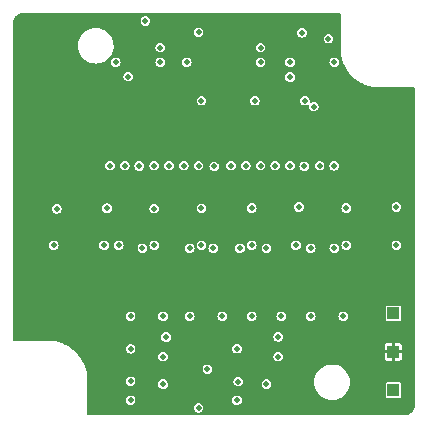
<source format=gbr>
%TF.GenerationSoftware,KiCad,Pcbnew,7.0.6-7.0.6~ubuntu22.04.1*%
%TF.CreationDate,2023-07-31T15:05:58-04:00*%
%TF.ProjectId,readout-box,72656164-6f75-4742-9d62-6f782e6b6963,rev?*%
%TF.SameCoordinates,Original*%
%TF.FileFunction,Copper,L2,Inr*%
%TF.FilePolarity,Positive*%
%FSLAX46Y46*%
G04 Gerber Fmt 4.6, Leading zero omitted, Abs format (unit mm)*
G04 Created by KiCad (PCBNEW 7.0.6-7.0.6~ubuntu22.04.1) date 2023-07-31 15:05:58*
%MOMM*%
%LPD*%
G01*
G04 APERTURE LIST*
%TA.AperFunction,ComponentPad*%
%ADD10R,1.000000X1.000000*%
%TD*%
%TA.AperFunction,ViaPad*%
%ADD11C,0.508000*%
%TD*%
G04 APERTURE END LIST*
D10*
%TO.N,/+6.5V*%
%TO.C,J1*%
X75500000Y-59500000D03*
%TD*%
%TO.N,GND*%
%TO.C,J2*%
X75500000Y-62750000D03*
%TD*%
%TO.N,/-20V*%
%TO.C,J3*%
X75500000Y-66000000D03*
%TD*%
D11*
%TO.N,/+6.5V*%
X64250000Y-37000000D03*
X62250000Y-62500000D03*
X67500000Y-50500000D03*
X53250000Y-62500000D03*
X71500000Y-50599100D03*
X55250000Y-50639100D03*
X51250000Y-50619100D03*
X47000000Y-50659100D03*
X55750000Y-37000000D03*
X75750000Y-50500000D03*
X63500000Y-50599100D03*
X59250000Y-50619100D03*
%TO.N,/-20V*%
X59250000Y-41500000D03*
X60325000Y-47075000D03*
X57750000Y-47000000D03*
X68000000Y-41500000D03*
X67945000Y-47055000D03*
X63000000Y-47000000D03*
X56000000Y-65500000D03*
X52750000Y-47000000D03*
X65500000Y-47000000D03*
X70485000Y-47015000D03*
X55250000Y-47000000D03*
X64750000Y-65500000D03*
%TO.N,/OUT_1*%
X66750000Y-47000000D03*
X64250000Y-38250000D03*
X66750000Y-39500000D03*
%TO.N,/DET_0*%
X66750000Y-38250000D03*
X70500000Y-54000000D03*
X70500000Y-38250000D03*
%TO.N,/OUT_2*%
X65750000Y-61500000D03*
X64250000Y-47000000D03*
%TO.N,/OUT_3*%
X62359984Y-65281054D03*
X61750000Y-47000000D03*
%TO.N,/OUT_4*%
X59000000Y-47000000D03*
X56250000Y-61520000D03*
%TO.N,/OUT_5*%
X53250000Y-65250000D03*
X56500000Y-47000000D03*
%TO.N,/OUT_6*%
X59000000Y-35700000D03*
X53975000Y-47025000D03*
X54500000Y-34750000D03*
%TO.N,/DET_2*%
X64750000Y-54000000D03*
X65750000Y-63170000D03*
%TO.N,/OUT_7*%
X52000000Y-38250000D03*
X55750000Y-38250000D03*
X51500000Y-47000000D03*
%TO.N,/5V_1*%
X68500000Y-59750000D03*
X71500000Y-53750000D03*
%TO.N,/DET_3*%
X62250000Y-66870000D03*
X62500000Y-54000000D03*
%TO.N,/DET_1*%
X68750000Y-42000000D03*
X63750000Y-41500000D03*
X68500000Y-54000000D03*
%TO.N,/5V_2*%
X66000000Y-59750000D03*
X67250000Y-53750000D03*
%TO.N,/DET_4*%
X56000000Y-63170000D03*
X59750000Y-64250000D03*
X60250000Y-54000000D03*
%TO.N,/5V_3*%
X63500000Y-59750000D03*
X63500000Y-53750000D03*
%TO.N,/5V_4*%
X61000000Y-59750000D03*
X59250000Y-53750000D03*
%TO.N,/DET_5*%
X53250000Y-66870000D03*
X58250000Y-54000000D03*
X59000000Y-67500000D03*
%TO.N,/5V_5*%
X58250000Y-59750000D03*
X55250000Y-53750000D03*
%TO.N,/5V_6*%
X51000000Y-53750000D03*
X56000000Y-59750000D03*
%TO.N,/DET_6*%
X58000000Y-38250000D03*
X54250000Y-54000000D03*
%TO.N,/5V_7*%
X46750000Y-53750000D03*
X53250000Y-59750000D03*
%TO.N,/DET_7*%
X52250000Y-53750000D03*
X53040000Y-39460000D03*
%TO.N,GND*%
X54000000Y-42750000D03*
X70000000Y-39500000D03*
X67250000Y-59750000D03*
X58430000Y-64930000D03*
X70000000Y-59750000D03*
X54750000Y-59750000D03*
X45000000Y-53750000D03*
X59690000Y-59690000D03*
X56500000Y-42750000D03*
X64750000Y-59750000D03*
X53020000Y-40730000D03*
X62230000Y-59730000D03*
X52000000Y-59750000D03*
X50750000Y-61500000D03*
X66267400Y-42252184D03*
X59750000Y-66000000D03*
X50750000Y-66250000D03*
X51482600Y-42815000D03*
X64000000Y-35750000D03*
X61500000Y-42750000D03*
X64250000Y-42750000D03*
X59000000Y-42750000D03*
X49250000Y-53750000D03*
X65750000Y-53750000D03*
X61250000Y-39500000D03*
X59820000Y-61570000D03*
X57000000Y-59750000D03*
X55500000Y-35750000D03*
X57017400Y-53874667D03*
X68000000Y-65000000D03*
X61500000Y-54000000D03*
X73500000Y-53750000D03*
X53250000Y-53750000D03*
X69250000Y-42750000D03*
X61500000Y-40750000D03*
X69500000Y-53750000D03*
%TO.N,/5V_0*%
X71250000Y-59750000D03*
X75750000Y-53750000D03*
%TO.N,/OUT_0*%
X70000000Y-36250000D03*
X67750000Y-35750000D03*
X69250000Y-47000000D03*
%TD*%
%TA.AperFunction,Conductor*%
%TO.N,GND*%
G36*
X71021638Y-34125093D02*
G01*
X71047358Y-34169642D01*
X71048500Y-34182700D01*
X71048500Y-37273561D01*
X71084156Y-37612806D01*
X71084158Y-37612820D01*
X71155081Y-37946482D01*
X71260494Y-38270912D01*
X71399242Y-38582544D01*
X71569798Y-38877957D01*
X71569804Y-38877965D01*
X71770297Y-39153920D01*
X71770301Y-39153924D01*
X71770308Y-39153934D01*
X71998563Y-39407437D01*
X72252066Y-39635692D01*
X72252075Y-39635699D01*
X72252079Y-39635702D01*
X72528034Y-39836195D01*
X72528042Y-39836201D01*
X72788553Y-39986606D01*
X72823460Y-40006760D01*
X73135091Y-40145507D01*
X73459518Y-40250919D01*
X73793185Y-40321843D01*
X74094744Y-40353538D01*
X74132438Y-40357500D01*
X74132439Y-40357500D01*
X74277933Y-40357500D01*
X77223300Y-40357500D01*
X77271638Y-40375093D01*
X77297358Y-40419642D01*
X77298500Y-40432700D01*
X77298500Y-67351150D01*
X77298319Y-67354838D01*
X77284900Y-67491070D01*
X77282024Y-67505527D01*
X77243902Y-67631199D01*
X77238261Y-67644818D01*
X77176351Y-67760646D01*
X77168160Y-67772904D01*
X77084846Y-67874422D01*
X77074422Y-67884846D01*
X76972904Y-67968160D01*
X76960646Y-67976351D01*
X76844818Y-68038261D01*
X76831199Y-68043902D01*
X76705527Y-68082024D01*
X76691070Y-68084900D01*
X76554838Y-68098319D01*
X76551150Y-68098500D01*
X49632700Y-68098500D01*
X49584362Y-68080907D01*
X49558642Y-68036358D01*
X49557500Y-68023300D01*
X49557500Y-67500000D01*
X58588028Y-67500000D01*
X58608191Y-67627307D01*
X58666708Y-67742152D01*
X58757847Y-67833291D01*
X58757849Y-67833292D01*
X58872692Y-67891808D01*
X58872694Y-67891809D01*
X58970487Y-67907297D01*
X58999999Y-67911972D01*
X59000000Y-67911972D01*
X59000001Y-67911972D01*
X59020163Y-67908778D01*
X59127306Y-67891809D01*
X59242151Y-67833292D01*
X59333292Y-67742151D01*
X59391809Y-67627306D01*
X59411972Y-67500000D01*
X59391809Y-67372694D01*
X59333292Y-67257849D01*
X59333291Y-67257847D01*
X59242152Y-67166708D01*
X59127306Y-67108191D01*
X59127308Y-67108191D01*
X59000001Y-67088028D01*
X58999999Y-67088028D01*
X58872692Y-67108191D01*
X58757847Y-67166708D01*
X58666708Y-67257847D01*
X58608191Y-67372692D01*
X58588028Y-67499999D01*
X58588028Y-67500000D01*
X49557500Y-67500000D01*
X49557500Y-66870000D01*
X52838028Y-66870000D01*
X52858191Y-66997307D01*
X52916708Y-67112152D01*
X53007847Y-67203291D01*
X53007849Y-67203292D01*
X53122692Y-67261808D01*
X53122694Y-67261809D01*
X53220487Y-67277297D01*
X53249999Y-67281972D01*
X53250000Y-67281972D01*
X53250001Y-67281972D01*
X53270163Y-67278778D01*
X53377306Y-67261809D01*
X53492151Y-67203292D01*
X53583292Y-67112151D01*
X53641809Y-66997306D01*
X53661972Y-66870000D01*
X61838028Y-66870000D01*
X61858191Y-66997307D01*
X61916708Y-67112152D01*
X62007847Y-67203291D01*
X62007849Y-67203292D01*
X62122692Y-67261808D01*
X62122694Y-67261809D01*
X62220487Y-67277297D01*
X62249999Y-67281972D01*
X62250000Y-67281972D01*
X62250001Y-67281972D01*
X62270163Y-67278778D01*
X62377306Y-67261809D01*
X62492151Y-67203292D01*
X62583292Y-67112151D01*
X62641809Y-66997306D01*
X62661972Y-66870000D01*
X62641809Y-66742694D01*
X62583292Y-66627849D01*
X62583291Y-66627847D01*
X62492152Y-66536708D01*
X62377306Y-66478191D01*
X62377308Y-66478191D01*
X62250001Y-66458028D01*
X62249999Y-66458028D01*
X62122692Y-66478191D01*
X62007847Y-66536708D01*
X61916708Y-66627847D01*
X61858191Y-66742692D01*
X61838028Y-66869999D01*
X61838028Y-66870000D01*
X53661972Y-66870000D01*
X53641809Y-66742694D01*
X53583292Y-66627849D01*
X53583291Y-66627847D01*
X53492152Y-66536708D01*
X53377306Y-66478191D01*
X53377308Y-66478191D01*
X53250001Y-66458028D01*
X53249999Y-66458028D01*
X53122692Y-66478191D01*
X53007847Y-66536708D01*
X52916708Y-66627847D01*
X52858191Y-66742692D01*
X52838028Y-66869999D01*
X52838028Y-66870000D01*
X49557500Y-66870000D01*
X49557500Y-65250000D01*
X52838028Y-65250000D01*
X52858191Y-65377307D01*
X52916708Y-65492152D01*
X53007847Y-65583291D01*
X53007849Y-65583292D01*
X53122692Y-65641808D01*
X53122694Y-65641809D01*
X53220487Y-65657297D01*
X53249999Y-65661972D01*
X53250000Y-65661972D01*
X53250001Y-65661972D01*
X53270164Y-65658778D01*
X53377306Y-65641809D01*
X53492151Y-65583292D01*
X53575443Y-65500000D01*
X55588028Y-65500000D01*
X55608191Y-65627307D01*
X55666708Y-65742152D01*
X55757847Y-65833291D01*
X55757849Y-65833292D01*
X55872692Y-65891808D01*
X55872694Y-65891809D01*
X55962736Y-65906070D01*
X55999999Y-65911972D01*
X56000000Y-65911972D01*
X56000001Y-65911972D01*
X56020164Y-65908778D01*
X56127306Y-65891809D01*
X56242151Y-65833292D01*
X56333292Y-65742151D01*
X56391809Y-65627306D01*
X56411972Y-65500000D01*
X56391809Y-65372694D01*
X56345116Y-65281054D01*
X61948012Y-65281054D01*
X61968175Y-65408361D01*
X62026692Y-65523206D01*
X62117831Y-65614345D01*
X62117833Y-65614346D01*
X62232676Y-65672862D01*
X62232678Y-65672863D01*
X62330471Y-65688351D01*
X62359983Y-65693026D01*
X62359984Y-65693026D01*
X62359985Y-65693026D01*
X62380147Y-65689832D01*
X62487290Y-65672863D01*
X62602135Y-65614346D01*
X62693276Y-65523205D01*
X62705100Y-65500000D01*
X64338028Y-65500000D01*
X64358191Y-65627307D01*
X64416708Y-65742152D01*
X64507847Y-65833291D01*
X64507849Y-65833292D01*
X64622692Y-65891808D01*
X64622694Y-65891809D01*
X64712736Y-65906070D01*
X64749999Y-65911972D01*
X64750000Y-65911972D01*
X64750001Y-65911972D01*
X64770163Y-65908778D01*
X64877306Y-65891809D01*
X64992151Y-65833292D01*
X65083292Y-65742151D01*
X65141809Y-65627306D01*
X65161972Y-65500000D01*
X65141809Y-65372694D01*
X65131775Y-65353002D01*
X68793848Y-65353002D01*
X68812427Y-65589080D01*
X68812429Y-65589090D01*
X68837382Y-65693026D01*
X68867711Y-65819354D01*
X68958336Y-66038141D01*
X69082069Y-66240055D01*
X69082072Y-66240059D01*
X69235867Y-66420132D01*
X69347009Y-66515055D01*
X69415943Y-66573930D01*
X69617859Y-66697664D01*
X69836646Y-66788289D01*
X70066917Y-66843572D01*
X70161350Y-66851003D01*
X70302997Y-66862152D01*
X70303000Y-66862152D01*
X70303003Y-66862152D01*
X70421041Y-66852862D01*
X70539083Y-66843572D01*
X70769354Y-66788289D01*
X70988141Y-66697664D01*
X71190057Y-66573930D01*
X71258991Y-66515055D01*
X74847100Y-66515055D01*
X74847101Y-66515057D01*
X74855972Y-66559659D01*
X74889764Y-66610232D01*
X74889765Y-66610232D01*
X74889766Y-66610234D01*
X74940342Y-66644028D01*
X74984943Y-66652900D01*
X76015056Y-66652899D01*
X76059658Y-66644028D01*
X76110234Y-66610234D01*
X76144028Y-66559658D01*
X76152900Y-66515057D01*
X76152899Y-65484944D01*
X76144028Y-65440342D01*
X76122658Y-65408360D01*
X76110235Y-65389767D01*
X76110231Y-65389764D01*
X76059658Y-65355972D01*
X76059656Y-65355971D01*
X76015057Y-65347100D01*
X74984944Y-65347100D01*
X74984942Y-65347101D01*
X74940340Y-65355972D01*
X74889767Y-65389764D01*
X74855972Y-65440342D01*
X74855971Y-65440343D01*
X74847100Y-65484942D01*
X74847100Y-66515055D01*
X71258991Y-66515055D01*
X71370132Y-66420132D01*
X71523930Y-66240057D01*
X71647664Y-66038141D01*
X71738289Y-65819354D01*
X71793572Y-65589083D01*
X71809258Y-65389767D01*
X71812152Y-65353002D01*
X71812152Y-65352997D01*
X71793572Y-65116919D01*
X71793570Y-65116909D01*
X71784213Y-65077933D01*
X71738289Y-64886646D01*
X71647664Y-64667859D01*
X71523930Y-64465943D01*
X71447648Y-64376628D01*
X71370132Y-64285867D01*
X71190059Y-64132072D01*
X71190057Y-64132070D01*
X70988141Y-64008336D01*
X70769354Y-63917711D01*
X70725359Y-63907148D01*
X70539090Y-63862429D01*
X70539080Y-63862427D01*
X70303003Y-63843848D01*
X70302997Y-63843848D01*
X70066919Y-63862427D01*
X70066909Y-63862429D01*
X69836654Y-63917709D01*
X69836646Y-63917711D01*
X69836644Y-63917711D01*
X69836643Y-63917712D01*
X69617861Y-64008335D01*
X69415944Y-64132069D01*
X69415940Y-64132072D01*
X69235867Y-64285867D01*
X69082072Y-64465940D01*
X69082069Y-64465944D01*
X69066009Y-64492152D01*
X68974300Y-64641809D01*
X68958335Y-64667861D01*
X68867712Y-64886643D01*
X68867709Y-64886654D01*
X68812429Y-65116909D01*
X68812427Y-65116919D01*
X68793848Y-65352997D01*
X68793848Y-65353002D01*
X65131775Y-65353002D01*
X65083292Y-65257849D01*
X65083291Y-65257847D01*
X64992152Y-65166708D01*
X64877306Y-65108191D01*
X64877308Y-65108191D01*
X64750001Y-65088028D01*
X64749999Y-65088028D01*
X64622692Y-65108191D01*
X64507847Y-65166708D01*
X64416708Y-65257847D01*
X64358191Y-65372692D01*
X64338028Y-65499999D01*
X64338028Y-65500000D01*
X62705100Y-65500000D01*
X62751793Y-65408360D01*
X62771956Y-65281054D01*
X62751793Y-65153748D01*
X62733027Y-65116917D01*
X62693275Y-65038901D01*
X62602136Y-64947762D01*
X62487290Y-64889245D01*
X62487292Y-64889245D01*
X62359985Y-64869082D01*
X62359983Y-64869082D01*
X62232676Y-64889245D01*
X62117831Y-64947762D01*
X62026692Y-65038901D01*
X61968175Y-65153746D01*
X61948012Y-65281053D01*
X61948012Y-65281054D01*
X56345116Y-65281054D01*
X56333292Y-65257849D01*
X56333291Y-65257847D01*
X56242152Y-65166708D01*
X56127306Y-65108191D01*
X56127308Y-65108191D01*
X56000001Y-65088028D01*
X55999999Y-65088028D01*
X55872692Y-65108191D01*
X55757847Y-65166708D01*
X55666708Y-65257847D01*
X55608191Y-65372692D01*
X55588028Y-65499999D01*
X55588028Y-65500000D01*
X53575443Y-65500000D01*
X53583292Y-65492151D01*
X53641809Y-65377306D01*
X53661972Y-65250000D01*
X53641809Y-65122694D01*
X53583292Y-65007849D01*
X53583291Y-65007847D01*
X53492152Y-64916708D01*
X53377306Y-64858191D01*
X53377308Y-64858191D01*
X53250001Y-64838028D01*
X53249999Y-64838028D01*
X53122692Y-64858191D01*
X53007847Y-64916708D01*
X52916708Y-65007847D01*
X52858191Y-65122692D01*
X52838028Y-65249999D01*
X52838028Y-65250000D01*
X49557500Y-65250000D01*
X49557500Y-64932438D01*
X49547577Y-64838028D01*
X49521843Y-64593185D01*
X49450919Y-64259518D01*
X49447826Y-64250000D01*
X59338028Y-64250000D01*
X59358191Y-64377307D01*
X59416708Y-64492152D01*
X59507847Y-64583291D01*
X59507849Y-64583292D01*
X59622692Y-64641808D01*
X59622694Y-64641809D01*
X59720487Y-64657297D01*
X59749999Y-64661972D01*
X59750000Y-64661972D01*
X59750001Y-64661972D01*
X59770163Y-64658778D01*
X59877306Y-64641809D01*
X59992151Y-64583292D01*
X60083292Y-64492151D01*
X60141809Y-64377306D01*
X60161972Y-64250000D01*
X60141809Y-64122694D01*
X60083292Y-64007849D01*
X60083291Y-64007847D01*
X59992152Y-63916708D01*
X59877306Y-63858191D01*
X59877308Y-63858191D01*
X59750001Y-63838028D01*
X59749999Y-63838028D01*
X59622692Y-63858191D01*
X59507847Y-63916708D01*
X59416708Y-64007847D01*
X59358191Y-64122692D01*
X59338028Y-64249999D01*
X59338028Y-64250000D01*
X49447826Y-64250000D01*
X49345507Y-63935091D01*
X49206760Y-63623460D01*
X49137381Y-63503292D01*
X49036201Y-63328042D01*
X49036195Y-63328034D01*
X48921377Y-63170000D01*
X55588028Y-63170000D01*
X55608191Y-63297307D01*
X55666708Y-63412152D01*
X55757847Y-63503291D01*
X55757849Y-63503292D01*
X55872692Y-63561808D01*
X55872694Y-63561809D01*
X55970487Y-63577297D01*
X55999999Y-63581972D01*
X56000000Y-63581972D01*
X56000001Y-63581972D01*
X56020163Y-63578778D01*
X56127306Y-63561809D01*
X56242151Y-63503292D01*
X56333292Y-63412151D01*
X56391809Y-63297306D01*
X56411972Y-63170000D01*
X65338028Y-63170000D01*
X65358191Y-63297307D01*
X65416708Y-63412152D01*
X65507847Y-63503291D01*
X65507849Y-63503292D01*
X65622692Y-63561808D01*
X65622694Y-63561809D01*
X65720487Y-63577297D01*
X65749999Y-63581972D01*
X65750000Y-63581972D01*
X65750001Y-63581972D01*
X65770163Y-63578778D01*
X65877306Y-63561809D01*
X65992151Y-63503292D01*
X66083292Y-63412151D01*
X66141809Y-63297306D01*
X66161972Y-63170000D01*
X66141809Y-63042694D01*
X66083292Y-62927849D01*
X66083291Y-62927847D01*
X65992152Y-62836708D01*
X65877306Y-62778191D01*
X65877308Y-62778191D01*
X65750001Y-62758028D01*
X65749999Y-62758028D01*
X65622692Y-62778191D01*
X65507847Y-62836708D01*
X65416708Y-62927847D01*
X65358191Y-63042692D01*
X65338028Y-63169999D01*
X65338028Y-63170000D01*
X56411972Y-63170000D01*
X56391809Y-63042694D01*
X56333292Y-62927849D01*
X56333291Y-62927847D01*
X56242152Y-62836708D01*
X56127306Y-62778191D01*
X56127308Y-62778191D01*
X56000001Y-62758028D01*
X55999999Y-62758028D01*
X55872692Y-62778191D01*
X55757847Y-62836708D01*
X55666708Y-62927847D01*
X55608191Y-63042692D01*
X55588028Y-63169999D01*
X55588028Y-63170000D01*
X48921377Y-63170000D01*
X48835702Y-63052079D01*
X48835699Y-63052075D01*
X48835692Y-63052066D01*
X48607437Y-62798563D01*
X48353934Y-62570308D01*
X48353924Y-62570301D01*
X48353920Y-62570297D01*
X48257164Y-62500000D01*
X52838028Y-62500000D01*
X52858191Y-62627307D01*
X52916708Y-62742152D01*
X53007847Y-62833291D01*
X53007849Y-62833292D01*
X53122692Y-62891808D01*
X53122694Y-62891809D01*
X53220487Y-62907297D01*
X53249999Y-62911972D01*
X53250000Y-62911972D01*
X53250001Y-62911972D01*
X53270164Y-62908778D01*
X53377306Y-62891809D01*
X53492151Y-62833292D01*
X53583292Y-62742151D01*
X53641809Y-62627306D01*
X53661972Y-62500000D01*
X61838028Y-62500000D01*
X61858191Y-62627307D01*
X61916708Y-62742152D01*
X62007847Y-62833291D01*
X62007849Y-62833292D01*
X62122692Y-62891808D01*
X62122694Y-62891809D01*
X62220487Y-62907297D01*
X62249999Y-62911972D01*
X62250000Y-62911972D01*
X62250001Y-62911972D01*
X62270163Y-62908778D01*
X62377306Y-62891809D01*
X62492151Y-62833292D01*
X62583292Y-62742151D01*
X62641809Y-62627306D01*
X62642491Y-62623000D01*
X74746000Y-62623000D01*
X75284186Y-62623000D01*
X75264505Y-62652455D01*
X75245102Y-62750000D01*
X75264505Y-62847545D01*
X75284186Y-62877000D01*
X74746001Y-62877000D01*
X74746001Y-63275017D01*
X74760737Y-63349105D01*
X74816876Y-63433124D01*
X74900894Y-63489262D01*
X74900896Y-63489263D01*
X74974982Y-63503999D01*
X75373000Y-63503999D01*
X75373000Y-62965813D01*
X75402455Y-62985495D01*
X75475376Y-63000000D01*
X75524624Y-63000000D01*
X75597545Y-62985495D01*
X75627000Y-62965813D01*
X75627000Y-63503999D01*
X76025016Y-63503999D01*
X76025017Y-63503998D01*
X76099105Y-63489262D01*
X76183124Y-63433123D01*
X76239262Y-63349105D01*
X76239263Y-63349103D01*
X76254000Y-63275017D01*
X76254000Y-62877000D01*
X75715814Y-62877000D01*
X75735495Y-62847545D01*
X75754898Y-62750000D01*
X75735495Y-62652455D01*
X75715814Y-62623000D01*
X76253999Y-62623000D01*
X76253999Y-62224984D01*
X76253998Y-62224982D01*
X76239262Y-62150894D01*
X76183123Y-62066875D01*
X76099105Y-62010737D01*
X76099103Y-62010736D01*
X76025018Y-61996000D01*
X75627000Y-61996000D01*
X75627000Y-62534186D01*
X75597545Y-62514505D01*
X75524624Y-62500000D01*
X75475376Y-62500000D01*
X75402455Y-62514505D01*
X75373000Y-62534186D01*
X75373000Y-61996000D01*
X74974984Y-61996000D01*
X74974982Y-61996001D01*
X74900894Y-62010737D01*
X74816875Y-62066876D01*
X74760737Y-62150894D01*
X74760736Y-62150896D01*
X74746000Y-62224982D01*
X74746000Y-62623000D01*
X62642491Y-62623000D01*
X62661972Y-62500000D01*
X62641809Y-62372694D01*
X62583292Y-62257849D01*
X62583291Y-62257847D01*
X62492152Y-62166708D01*
X62377306Y-62108191D01*
X62377308Y-62108191D01*
X62250001Y-62088028D01*
X62249999Y-62088028D01*
X62122692Y-62108191D01*
X62007847Y-62166708D01*
X61916708Y-62257847D01*
X61858191Y-62372692D01*
X61838028Y-62499999D01*
X61838028Y-62500000D01*
X53661972Y-62500000D01*
X53641809Y-62372694D01*
X53583292Y-62257849D01*
X53583291Y-62257847D01*
X53492152Y-62166708D01*
X53377306Y-62108191D01*
X53377308Y-62108191D01*
X53250001Y-62088028D01*
X53249999Y-62088028D01*
X53122692Y-62108191D01*
X53007847Y-62166708D01*
X52916708Y-62257847D01*
X52858191Y-62372692D01*
X52838028Y-62499999D01*
X52838028Y-62500000D01*
X48257164Y-62500000D01*
X48077965Y-62369804D01*
X48077957Y-62369798D01*
X47782544Y-62199242D01*
X47673957Y-62150896D01*
X47578041Y-62108191D01*
X47470912Y-62060494D01*
X47146482Y-61955081D01*
X46812820Y-61884158D01*
X46812819Y-61884157D01*
X46812815Y-61884157D01*
X46812807Y-61884156D01*
X46812806Y-61884156D01*
X46473562Y-61848500D01*
X46473561Y-61848500D01*
X46328067Y-61848500D01*
X43382700Y-61848500D01*
X43334362Y-61830907D01*
X43308642Y-61786358D01*
X43307500Y-61773300D01*
X43307500Y-61520000D01*
X55838028Y-61520000D01*
X55858191Y-61647307D01*
X55916708Y-61762152D01*
X56007847Y-61853291D01*
X56007849Y-61853292D01*
X56122692Y-61911808D01*
X56122694Y-61911809D01*
X56220487Y-61927297D01*
X56249999Y-61931972D01*
X56250000Y-61931972D01*
X56250001Y-61931972D01*
X56270163Y-61928778D01*
X56377306Y-61911809D01*
X56492151Y-61853292D01*
X56583292Y-61762151D01*
X56641809Y-61647306D01*
X56661972Y-61520000D01*
X56658804Y-61500000D01*
X65338028Y-61500000D01*
X65358191Y-61627307D01*
X65416708Y-61742152D01*
X65507847Y-61833291D01*
X65507849Y-61833292D01*
X65622692Y-61891808D01*
X65622694Y-61891809D01*
X65720487Y-61907297D01*
X65749999Y-61911972D01*
X65750000Y-61911972D01*
X65750001Y-61911972D01*
X65770163Y-61908778D01*
X65877306Y-61891809D01*
X65992151Y-61833292D01*
X66083292Y-61742151D01*
X66141809Y-61627306D01*
X66161972Y-61500000D01*
X66141809Y-61372694D01*
X66083292Y-61257849D01*
X66083291Y-61257847D01*
X65992152Y-61166708D01*
X65877306Y-61108191D01*
X65877308Y-61108191D01*
X65750001Y-61088028D01*
X65749999Y-61088028D01*
X65622692Y-61108191D01*
X65507847Y-61166708D01*
X65416708Y-61257847D01*
X65358191Y-61372692D01*
X65338028Y-61499999D01*
X65338028Y-61500000D01*
X56658804Y-61500000D01*
X56641809Y-61392694D01*
X56583292Y-61277849D01*
X56583291Y-61277847D01*
X56492152Y-61186708D01*
X56377306Y-61128191D01*
X56377308Y-61128191D01*
X56250001Y-61108028D01*
X56249999Y-61108028D01*
X56122692Y-61128191D01*
X56007847Y-61186708D01*
X55916708Y-61277847D01*
X55858191Y-61392692D01*
X55838028Y-61519999D01*
X55838028Y-61520000D01*
X43307500Y-61520000D01*
X43307500Y-59750000D01*
X52838028Y-59750000D01*
X52858191Y-59877307D01*
X52916708Y-59992152D01*
X53007847Y-60083291D01*
X53007849Y-60083292D01*
X53122692Y-60141808D01*
X53122694Y-60141809D01*
X53220487Y-60157297D01*
X53249999Y-60161972D01*
X53250000Y-60161972D01*
X53250001Y-60161972D01*
X53270164Y-60158778D01*
X53377306Y-60141809D01*
X53492151Y-60083292D01*
X53583292Y-59992151D01*
X53641809Y-59877306D01*
X53661972Y-59750000D01*
X55588028Y-59750000D01*
X55608191Y-59877307D01*
X55666708Y-59992152D01*
X55757847Y-60083291D01*
X55757849Y-60083292D01*
X55872692Y-60141808D01*
X55872694Y-60141809D01*
X55970487Y-60157297D01*
X55999999Y-60161972D01*
X56000000Y-60161972D01*
X56000001Y-60161972D01*
X56020163Y-60158778D01*
X56127306Y-60141809D01*
X56242151Y-60083292D01*
X56333292Y-59992151D01*
X56391809Y-59877306D01*
X56411972Y-59750000D01*
X57838028Y-59750000D01*
X57858191Y-59877307D01*
X57916708Y-59992152D01*
X58007847Y-60083291D01*
X58007849Y-60083292D01*
X58122692Y-60141808D01*
X58122694Y-60141809D01*
X58220487Y-60157297D01*
X58249999Y-60161972D01*
X58250000Y-60161972D01*
X58250001Y-60161972D01*
X58270164Y-60158778D01*
X58377306Y-60141809D01*
X58492151Y-60083292D01*
X58583292Y-59992151D01*
X58641809Y-59877306D01*
X58661972Y-59750000D01*
X60588028Y-59750000D01*
X60608191Y-59877307D01*
X60666708Y-59992152D01*
X60757847Y-60083291D01*
X60757849Y-60083292D01*
X60872692Y-60141808D01*
X60872694Y-60141809D01*
X60970487Y-60157297D01*
X60999999Y-60161972D01*
X61000000Y-60161972D01*
X61000001Y-60161972D01*
X61020163Y-60158778D01*
X61127306Y-60141809D01*
X61242151Y-60083292D01*
X61333292Y-59992151D01*
X61391809Y-59877306D01*
X61411972Y-59750000D01*
X63088028Y-59750000D01*
X63108191Y-59877307D01*
X63166708Y-59992152D01*
X63257847Y-60083291D01*
X63257849Y-60083292D01*
X63372692Y-60141808D01*
X63372694Y-60141809D01*
X63470487Y-60157297D01*
X63499999Y-60161972D01*
X63500000Y-60161972D01*
X63500001Y-60161972D01*
X63520164Y-60158778D01*
X63627306Y-60141809D01*
X63742151Y-60083292D01*
X63833292Y-59992151D01*
X63891809Y-59877306D01*
X63911972Y-59750000D01*
X65588028Y-59750000D01*
X65608191Y-59877307D01*
X65666708Y-59992152D01*
X65757847Y-60083291D01*
X65757849Y-60083292D01*
X65872692Y-60141808D01*
X65872694Y-60141809D01*
X65970487Y-60157297D01*
X65999999Y-60161972D01*
X66000000Y-60161972D01*
X66000001Y-60161972D01*
X66020163Y-60158778D01*
X66127306Y-60141809D01*
X66242151Y-60083292D01*
X66333292Y-59992151D01*
X66391809Y-59877306D01*
X66411972Y-59750000D01*
X68088028Y-59750000D01*
X68108191Y-59877307D01*
X68166708Y-59992152D01*
X68257847Y-60083291D01*
X68257849Y-60083292D01*
X68372692Y-60141808D01*
X68372694Y-60141809D01*
X68470487Y-60157297D01*
X68499999Y-60161972D01*
X68500000Y-60161972D01*
X68500001Y-60161972D01*
X68520164Y-60158778D01*
X68627306Y-60141809D01*
X68742151Y-60083292D01*
X68833292Y-59992151D01*
X68891809Y-59877306D01*
X68911972Y-59750000D01*
X70838028Y-59750000D01*
X70858191Y-59877307D01*
X70916708Y-59992152D01*
X71007847Y-60083291D01*
X71007849Y-60083292D01*
X71122692Y-60141808D01*
X71122694Y-60141809D01*
X71220487Y-60157297D01*
X71249999Y-60161972D01*
X71250000Y-60161972D01*
X71250001Y-60161972D01*
X71270163Y-60158778D01*
X71377306Y-60141809D01*
X71492151Y-60083292D01*
X71560388Y-60015055D01*
X74847100Y-60015055D01*
X74847101Y-60015057D01*
X74855972Y-60059659D01*
X74889764Y-60110232D01*
X74889765Y-60110232D01*
X74889766Y-60110234D01*
X74940342Y-60144028D01*
X74984943Y-60152900D01*
X76015056Y-60152899D01*
X76059658Y-60144028D01*
X76110234Y-60110234D01*
X76144028Y-60059658D01*
X76152900Y-60015057D01*
X76152899Y-58984944D01*
X76144028Y-58940342D01*
X76110234Y-58889766D01*
X76059658Y-58855972D01*
X76059656Y-58855971D01*
X76015057Y-58847100D01*
X74984944Y-58847100D01*
X74984942Y-58847101D01*
X74940340Y-58855972D01*
X74889767Y-58889764D01*
X74855972Y-58940342D01*
X74855971Y-58940343D01*
X74847100Y-58984942D01*
X74847100Y-60015055D01*
X71560388Y-60015055D01*
X71583292Y-59992151D01*
X71641809Y-59877306D01*
X71661972Y-59750000D01*
X71641809Y-59622694D01*
X71583292Y-59507849D01*
X71583291Y-59507847D01*
X71492152Y-59416708D01*
X71377306Y-59358191D01*
X71377308Y-59358191D01*
X71250001Y-59338028D01*
X71249999Y-59338028D01*
X71122692Y-59358191D01*
X71007847Y-59416708D01*
X70916708Y-59507847D01*
X70858191Y-59622692D01*
X70838028Y-59749999D01*
X70838028Y-59750000D01*
X68911972Y-59750000D01*
X68891809Y-59622694D01*
X68833292Y-59507849D01*
X68833291Y-59507847D01*
X68742152Y-59416708D01*
X68627306Y-59358191D01*
X68627308Y-59358191D01*
X68500001Y-59338028D01*
X68499999Y-59338028D01*
X68372692Y-59358191D01*
X68257847Y-59416708D01*
X68166708Y-59507847D01*
X68108191Y-59622692D01*
X68088028Y-59749999D01*
X68088028Y-59750000D01*
X66411972Y-59750000D01*
X66391809Y-59622694D01*
X66333292Y-59507849D01*
X66333291Y-59507847D01*
X66242152Y-59416708D01*
X66127306Y-59358191D01*
X66127308Y-59358191D01*
X66000001Y-59338028D01*
X65999999Y-59338028D01*
X65872692Y-59358191D01*
X65757847Y-59416708D01*
X65666708Y-59507847D01*
X65608191Y-59622692D01*
X65588028Y-59749999D01*
X65588028Y-59750000D01*
X63911972Y-59750000D01*
X63891809Y-59622694D01*
X63833292Y-59507849D01*
X63833291Y-59507847D01*
X63742152Y-59416708D01*
X63627306Y-59358191D01*
X63627308Y-59358191D01*
X63500001Y-59338028D01*
X63499999Y-59338028D01*
X63372692Y-59358191D01*
X63257847Y-59416708D01*
X63166708Y-59507847D01*
X63108191Y-59622692D01*
X63088028Y-59749999D01*
X63088028Y-59750000D01*
X61411972Y-59750000D01*
X61391809Y-59622694D01*
X61333292Y-59507849D01*
X61333291Y-59507847D01*
X61242152Y-59416708D01*
X61127306Y-59358191D01*
X61127308Y-59358191D01*
X61000001Y-59338028D01*
X60999999Y-59338028D01*
X60872692Y-59358191D01*
X60757847Y-59416708D01*
X60666708Y-59507847D01*
X60608191Y-59622692D01*
X60588028Y-59749999D01*
X60588028Y-59750000D01*
X58661972Y-59750000D01*
X58641809Y-59622694D01*
X58583292Y-59507849D01*
X58583291Y-59507847D01*
X58492152Y-59416708D01*
X58377306Y-59358191D01*
X58377308Y-59358191D01*
X58250001Y-59338028D01*
X58249999Y-59338028D01*
X58122692Y-59358191D01*
X58007847Y-59416708D01*
X57916708Y-59507847D01*
X57858191Y-59622692D01*
X57838028Y-59749999D01*
X57838028Y-59750000D01*
X56411972Y-59750000D01*
X56391809Y-59622694D01*
X56333292Y-59507849D01*
X56333291Y-59507847D01*
X56242152Y-59416708D01*
X56127306Y-59358191D01*
X56127308Y-59358191D01*
X56000001Y-59338028D01*
X55999999Y-59338028D01*
X55872692Y-59358191D01*
X55757847Y-59416708D01*
X55666708Y-59507847D01*
X55608191Y-59622692D01*
X55588028Y-59749999D01*
X55588028Y-59750000D01*
X53661972Y-59750000D01*
X53641809Y-59622694D01*
X53583292Y-59507849D01*
X53583291Y-59507847D01*
X53492152Y-59416708D01*
X53377306Y-59358191D01*
X53377308Y-59358191D01*
X53250001Y-59338028D01*
X53249999Y-59338028D01*
X53122692Y-59358191D01*
X53007847Y-59416708D01*
X52916708Y-59507847D01*
X52858191Y-59622692D01*
X52838028Y-59749999D01*
X52838028Y-59750000D01*
X43307500Y-59750000D01*
X43307500Y-53750000D01*
X46338028Y-53750000D01*
X46358191Y-53877307D01*
X46416708Y-53992152D01*
X46507847Y-54083291D01*
X46507849Y-54083292D01*
X46622692Y-54141808D01*
X46622694Y-54141809D01*
X46720487Y-54157297D01*
X46749999Y-54161972D01*
X46750000Y-54161972D01*
X46750001Y-54161972D01*
X46770163Y-54158778D01*
X46877306Y-54141809D01*
X46992151Y-54083292D01*
X47083292Y-53992151D01*
X47141809Y-53877306D01*
X47161972Y-53750000D01*
X50588028Y-53750000D01*
X50608191Y-53877307D01*
X50666708Y-53992152D01*
X50757847Y-54083291D01*
X50757849Y-54083292D01*
X50872692Y-54141808D01*
X50872694Y-54141809D01*
X50970487Y-54157297D01*
X50999999Y-54161972D01*
X51000000Y-54161972D01*
X51000001Y-54161972D01*
X51020163Y-54158778D01*
X51127306Y-54141809D01*
X51242151Y-54083292D01*
X51333292Y-53992151D01*
X51391809Y-53877306D01*
X51411972Y-53750000D01*
X51838028Y-53750000D01*
X51858191Y-53877307D01*
X51916708Y-53992152D01*
X52007847Y-54083291D01*
X52007849Y-54083292D01*
X52122692Y-54141808D01*
X52122694Y-54141809D01*
X52220487Y-54157297D01*
X52249999Y-54161972D01*
X52250000Y-54161972D01*
X52250001Y-54161972D01*
X52270164Y-54158778D01*
X52377306Y-54141809D01*
X52492151Y-54083292D01*
X52575443Y-54000000D01*
X53838028Y-54000000D01*
X53858191Y-54127307D01*
X53916708Y-54242152D01*
X54007847Y-54333291D01*
X54007849Y-54333292D01*
X54122692Y-54391808D01*
X54122694Y-54391809D01*
X54220487Y-54407297D01*
X54249999Y-54411972D01*
X54250000Y-54411972D01*
X54250001Y-54411972D01*
X54270163Y-54408778D01*
X54377306Y-54391809D01*
X54492151Y-54333292D01*
X54583292Y-54242151D01*
X54641809Y-54127306D01*
X54661972Y-54000000D01*
X54641809Y-53872694D01*
X54583292Y-53757849D01*
X54583291Y-53757847D01*
X54575444Y-53750000D01*
X54838028Y-53750000D01*
X54858191Y-53877307D01*
X54916708Y-53992152D01*
X55007847Y-54083291D01*
X55007849Y-54083292D01*
X55122692Y-54141808D01*
X55122694Y-54141809D01*
X55220487Y-54157297D01*
X55249999Y-54161972D01*
X55250000Y-54161972D01*
X55250001Y-54161972D01*
X55270164Y-54158778D01*
X55377306Y-54141809D01*
X55492151Y-54083292D01*
X55575443Y-54000000D01*
X57838028Y-54000000D01*
X57858191Y-54127307D01*
X57916708Y-54242152D01*
X58007847Y-54333291D01*
X58007849Y-54333292D01*
X58122692Y-54391808D01*
X58122694Y-54391809D01*
X58220487Y-54407297D01*
X58249999Y-54411972D01*
X58250000Y-54411972D01*
X58250001Y-54411972D01*
X58270163Y-54408778D01*
X58377306Y-54391809D01*
X58492151Y-54333292D01*
X58583292Y-54242151D01*
X58641809Y-54127306D01*
X58661972Y-54000000D01*
X58641809Y-53872694D01*
X58583292Y-53757849D01*
X58583291Y-53757847D01*
X58575444Y-53750000D01*
X58838028Y-53750000D01*
X58858191Y-53877307D01*
X58916708Y-53992152D01*
X59007847Y-54083291D01*
X59007849Y-54083292D01*
X59122692Y-54141808D01*
X59122694Y-54141809D01*
X59220487Y-54157297D01*
X59249999Y-54161972D01*
X59250000Y-54161972D01*
X59250001Y-54161972D01*
X59270164Y-54158778D01*
X59377306Y-54141809D01*
X59492151Y-54083292D01*
X59575443Y-54000000D01*
X59838028Y-54000000D01*
X59858191Y-54127307D01*
X59916708Y-54242152D01*
X60007847Y-54333291D01*
X60007849Y-54333292D01*
X60122692Y-54391808D01*
X60122694Y-54391809D01*
X60220487Y-54407297D01*
X60249999Y-54411972D01*
X60250000Y-54411972D01*
X60250001Y-54411972D01*
X60270163Y-54408778D01*
X60377306Y-54391809D01*
X60492151Y-54333292D01*
X60583292Y-54242151D01*
X60641809Y-54127306D01*
X60661972Y-54000000D01*
X62088028Y-54000000D01*
X62108191Y-54127307D01*
X62166708Y-54242152D01*
X62257847Y-54333291D01*
X62257849Y-54333292D01*
X62372692Y-54391808D01*
X62372694Y-54391809D01*
X62470487Y-54407297D01*
X62499999Y-54411972D01*
X62500000Y-54411972D01*
X62500001Y-54411972D01*
X62520163Y-54408778D01*
X62627306Y-54391809D01*
X62742151Y-54333292D01*
X62833292Y-54242151D01*
X62891809Y-54127306D01*
X62911972Y-54000000D01*
X62891809Y-53872694D01*
X62833292Y-53757849D01*
X62833291Y-53757847D01*
X62825444Y-53750000D01*
X63088028Y-53750000D01*
X63108191Y-53877307D01*
X63166708Y-53992152D01*
X63257847Y-54083291D01*
X63257849Y-54083292D01*
X63372692Y-54141808D01*
X63372694Y-54141809D01*
X63470487Y-54157297D01*
X63499999Y-54161972D01*
X63500000Y-54161972D01*
X63500001Y-54161972D01*
X63520164Y-54158778D01*
X63627306Y-54141809D01*
X63742151Y-54083292D01*
X63825443Y-54000000D01*
X64338028Y-54000000D01*
X64358191Y-54127307D01*
X64416708Y-54242152D01*
X64507847Y-54333291D01*
X64507849Y-54333292D01*
X64622692Y-54391808D01*
X64622694Y-54391809D01*
X64720487Y-54407297D01*
X64749999Y-54411972D01*
X64750000Y-54411972D01*
X64750001Y-54411972D01*
X64770163Y-54408778D01*
X64877306Y-54391809D01*
X64992151Y-54333292D01*
X65083292Y-54242151D01*
X65141809Y-54127306D01*
X65161972Y-54000000D01*
X65141809Y-53872694D01*
X65083292Y-53757849D01*
X65083291Y-53757847D01*
X65075444Y-53750000D01*
X66838028Y-53750000D01*
X66858191Y-53877307D01*
X66916708Y-53992152D01*
X67007847Y-54083291D01*
X67007849Y-54083292D01*
X67122692Y-54141808D01*
X67122694Y-54141809D01*
X67220487Y-54157297D01*
X67249999Y-54161972D01*
X67250000Y-54161972D01*
X67250001Y-54161972D01*
X67270164Y-54158778D01*
X67377306Y-54141809D01*
X67492151Y-54083292D01*
X67575443Y-54000000D01*
X68088028Y-54000000D01*
X68108191Y-54127307D01*
X68166708Y-54242152D01*
X68257847Y-54333291D01*
X68257849Y-54333292D01*
X68372692Y-54391808D01*
X68372694Y-54391809D01*
X68470487Y-54407297D01*
X68499999Y-54411972D01*
X68500000Y-54411972D01*
X68500001Y-54411972D01*
X68520163Y-54408778D01*
X68627306Y-54391809D01*
X68742151Y-54333292D01*
X68833292Y-54242151D01*
X68891809Y-54127306D01*
X68911972Y-54000000D01*
X70088028Y-54000000D01*
X70108191Y-54127307D01*
X70166708Y-54242152D01*
X70257847Y-54333291D01*
X70257849Y-54333292D01*
X70372692Y-54391808D01*
X70372694Y-54391809D01*
X70470487Y-54407297D01*
X70499999Y-54411972D01*
X70500000Y-54411972D01*
X70500001Y-54411972D01*
X70520163Y-54408778D01*
X70627306Y-54391809D01*
X70742151Y-54333292D01*
X70833292Y-54242151D01*
X70891809Y-54127306D01*
X70911972Y-54000000D01*
X70891809Y-53872694D01*
X70833292Y-53757849D01*
X70833291Y-53757847D01*
X70825444Y-53750000D01*
X71088028Y-53750000D01*
X71108191Y-53877307D01*
X71166708Y-53992152D01*
X71257847Y-54083291D01*
X71257849Y-54083292D01*
X71372692Y-54141808D01*
X71372694Y-54141809D01*
X71470487Y-54157297D01*
X71499999Y-54161972D01*
X71500000Y-54161972D01*
X71500001Y-54161972D01*
X71520164Y-54158778D01*
X71627306Y-54141809D01*
X71742151Y-54083292D01*
X71833292Y-53992151D01*
X71891809Y-53877306D01*
X71911972Y-53750000D01*
X75338028Y-53750000D01*
X75358191Y-53877307D01*
X75416708Y-53992152D01*
X75507847Y-54083291D01*
X75507849Y-54083292D01*
X75622692Y-54141808D01*
X75622694Y-54141809D01*
X75720487Y-54157297D01*
X75749999Y-54161972D01*
X75750000Y-54161972D01*
X75750001Y-54161972D01*
X75770163Y-54158778D01*
X75877306Y-54141809D01*
X75992151Y-54083292D01*
X76083292Y-53992151D01*
X76141809Y-53877306D01*
X76161972Y-53750000D01*
X76141809Y-53622694D01*
X76083292Y-53507849D01*
X76083291Y-53507847D01*
X75992152Y-53416708D01*
X75877306Y-53358191D01*
X75877308Y-53358191D01*
X75750001Y-53338028D01*
X75749999Y-53338028D01*
X75622692Y-53358191D01*
X75507847Y-53416708D01*
X75416708Y-53507847D01*
X75358191Y-53622692D01*
X75338028Y-53749999D01*
X75338028Y-53750000D01*
X71911972Y-53750000D01*
X71891809Y-53622694D01*
X71833292Y-53507849D01*
X71833291Y-53507847D01*
X71742152Y-53416708D01*
X71627306Y-53358191D01*
X71627308Y-53358191D01*
X71500001Y-53338028D01*
X71499999Y-53338028D01*
X71372692Y-53358191D01*
X71257847Y-53416708D01*
X71166708Y-53507847D01*
X71108191Y-53622692D01*
X71088028Y-53749999D01*
X71088028Y-53750000D01*
X70825444Y-53750000D01*
X70742152Y-53666708D01*
X70627306Y-53608191D01*
X70627308Y-53608191D01*
X70500001Y-53588028D01*
X70499999Y-53588028D01*
X70372692Y-53608191D01*
X70257847Y-53666708D01*
X70166708Y-53757847D01*
X70108191Y-53872692D01*
X70088028Y-53999999D01*
X70088028Y-54000000D01*
X68911972Y-54000000D01*
X68891809Y-53872694D01*
X68833292Y-53757849D01*
X68833291Y-53757847D01*
X68742152Y-53666708D01*
X68627306Y-53608191D01*
X68627308Y-53608191D01*
X68500001Y-53588028D01*
X68499999Y-53588028D01*
X68372692Y-53608191D01*
X68257847Y-53666708D01*
X68166708Y-53757847D01*
X68108191Y-53872692D01*
X68088028Y-53999999D01*
X68088028Y-54000000D01*
X67575443Y-54000000D01*
X67583292Y-53992151D01*
X67641809Y-53877306D01*
X67661972Y-53750000D01*
X67641809Y-53622694D01*
X67583292Y-53507849D01*
X67583291Y-53507847D01*
X67492152Y-53416708D01*
X67377306Y-53358191D01*
X67377308Y-53358191D01*
X67250001Y-53338028D01*
X67249999Y-53338028D01*
X67122692Y-53358191D01*
X67007847Y-53416708D01*
X66916708Y-53507847D01*
X66858191Y-53622692D01*
X66838028Y-53749999D01*
X66838028Y-53750000D01*
X65075444Y-53750000D01*
X64992152Y-53666708D01*
X64877306Y-53608191D01*
X64877308Y-53608191D01*
X64750001Y-53588028D01*
X64749999Y-53588028D01*
X64622692Y-53608191D01*
X64507847Y-53666708D01*
X64416708Y-53757847D01*
X64358191Y-53872692D01*
X64338028Y-53999999D01*
X64338028Y-54000000D01*
X63825443Y-54000000D01*
X63833292Y-53992151D01*
X63891809Y-53877306D01*
X63911972Y-53750000D01*
X63891809Y-53622694D01*
X63833292Y-53507849D01*
X63833291Y-53507847D01*
X63742152Y-53416708D01*
X63627306Y-53358191D01*
X63627308Y-53358191D01*
X63500001Y-53338028D01*
X63499999Y-53338028D01*
X63372692Y-53358191D01*
X63257847Y-53416708D01*
X63166708Y-53507847D01*
X63108191Y-53622692D01*
X63088028Y-53749999D01*
X63088028Y-53750000D01*
X62825444Y-53750000D01*
X62742152Y-53666708D01*
X62627306Y-53608191D01*
X62627308Y-53608191D01*
X62500001Y-53588028D01*
X62499999Y-53588028D01*
X62372692Y-53608191D01*
X62257847Y-53666708D01*
X62166708Y-53757847D01*
X62108191Y-53872692D01*
X62088028Y-53999999D01*
X62088028Y-54000000D01*
X60661972Y-54000000D01*
X60641809Y-53872694D01*
X60583292Y-53757849D01*
X60583291Y-53757847D01*
X60492152Y-53666708D01*
X60377306Y-53608191D01*
X60377308Y-53608191D01*
X60250001Y-53588028D01*
X60249999Y-53588028D01*
X60122692Y-53608191D01*
X60007847Y-53666708D01*
X59916708Y-53757847D01*
X59858191Y-53872692D01*
X59838028Y-53999999D01*
X59838028Y-54000000D01*
X59575443Y-54000000D01*
X59583292Y-53992151D01*
X59641809Y-53877306D01*
X59661972Y-53750000D01*
X59641809Y-53622694D01*
X59583292Y-53507849D01*
X59583291Y-53507847D01*
X59492152Y-53416708D01*
X59377306Y-53358191D01*
X59377308Y-53358191D01*
X59250001Y-53338028D01*
X59249999Y-53338028D01*
X59122692Y-53358191D01*
X59007847Y-53416708D01*
X58916708Y-53507847D01*
X58858191Y-53622692D01*
X58838028Y-53749999D01*
X58838028Y-53750000D01*
X58575444Y-53750000D01*
X58492152Y-53666708D01*
X58377306Y-53608191D01*
X58377308Y-53608191D01*
X58250001Y-53588028D01*
X58249999Y-53588028D01*
X58122692Y-53608191D01*
X58007847Y-53666708D01*
X57916708Y-53757847D01*
X57858191Y-53872692D01*
X57838028Y-53999999D01*
X57838028Y-54000000D01*
X55575443Y-54000000D01*
X55583292Y-53992151D01*
X55641809Y-53877306D01*
X55661972Y-53750000D01*
X55641809Y-53622694D01*
X55583292Y-53507849D01*
X55583291Y-53507847D01*
X55492152Y-53416708D01*
X55377306Y-53358191D01*
X55377308Y-53358191D01*
X55250001Y-53338028D01*
X55249999Y-53338028D01*
X55122692Y-53358191D01*
X55007847Y-53416708D01*
X54916708Y-53507847D01*
X54858191Y-53622692D01*
X54838028Y-53749999D01*
X54838028Y-53750000D01*
X54575444Y-53750000D01*
X54492152Y-53666708D01*
X54377306Y-53608191D01*
X54377308Y-53608191D01*
X54250001Y-53588028D01*
X54249999Y-53588028D01*
X54122692Y-53608191D01*
X54007847Y-53666708D01*
X53916708Y-53757847D01*
X53858191Y-53872692D01*
X53838028Y-53999999D01*
X53838028Y-54000000D01*
X52575443Y-54000000D01*
X52583292Y-53992151D01*
X52641809Y-53877306D01*
X52661972Y-53750000D01*
X52641809Y-53622694D01*
X52583292Y-53507849D01*
X52583291Y-53507847D01*
X52492152Y-53416708D01*
X52377306Y-53358191D01*
X52377308Y-53358191D01*
X52250001Y-53338028D01*
X52249999Y-53338028D01*
X52122692Y-53358191D01*
X52007847Y-53416708D01*
X51916708Y-53507847D01*
X51858191Y-53622692D01*
X51838028Y-53749999D01*
X51838028Y-53750000D01*
X51411972Y-53750000D01*
X51391809Y-53622694D01*
X51333292Y-53507849D01*
X51333291Y-53507847D01*
X51242152Y-53416708D01*
X51127306Y-53358191D01*
X51127308Y-53358191D01*
X51000001Y-53338028D01*
X50999999Y-53338028D01*
X50872692Y-53358191D01*
X50757847Y-53416708D01*
X50666708Y-53507847D01*
X50608191Y-53622692D01*
X50588028Y-53749999D01*
X50588028Y-53750000D01*
X47161972Y-53750000D01*
X47141809Y-53622694D01*
X47083292Y-53507849D01*
X47083291Y-53507847D01*
X46992152Y-53416708D01*
X46877306Y-53358191D01*
X46877308Y-53358191D01*
X46750001Y-53338028D01*
X46749999Y-53338028D01*
X46622692Y-53358191D01*
X46507847Y-53416708D01*
X46416708Y-53507847D01*
X46358191Y-53622692D01*
X46338028Y-53749999D01*
X46338028Y-53750000D01*
X43307500Y-53750000D01*
X43307500Y-50659100D01*
X46588028Y-50659100D01*
X46608191Y-50786407D01*
X46666708Y-50901252D01*
X46757847Y-50992391D01*
X46757849Y-50992392D01*
X46872692Y-51050908D01*
X46872694Y-51050909D01*
X46970487Y-51066397D01*
X46999999Y-51071072D01*
X47000000Y-51071072D01*
X47000001Y-51071072D01*
X47020163Y-51067878D01*
X47127306Y-51050909D01*
X47242151Y-50992392D01*
X47333292Y-50901251D01*
X47391809Y-50786406D01*
X47411972Y-50659100D01*
X47405637Y-50619100D01*
X50838028Y-50619100D01*
X50858191Y-50746407D01*
X50916708Y-50861252D01*
X51007847Y-50952391D01*
X51007849Y-50952392D01*
X51122692Y-51010908D01*
X51122694Y-51010909D01*
X51220487Y-51026397D01*
X51249999Y-51031072D01*
X51250000Y-51031072D01*
X51250001Y-51031072D01*
X51270163Y-51027878D01*
X51377306Y-51010909D01*
X51492151Y-50952392D01*
X51583292Y-50861251D01*
X51641809Y-50746406D01*
X51658804Y-50639100D01*
X54838028Y-50639100D01*
X54858191Y-50766407D01*
X54916708Y-50881252D01*
X55007847Y-50972391D01*
X55007849Y-50972392D01*
X55122692Y-51030908D01*
X55122694Y-51030909D01*
X55220487Y-51046397D01*
X55249999Y-51051072D01*
X55250000Y-51051072D01*
X55250001Y-51051072D01*
X55270163Y-51047878D01*
X55377306Y-51030909D01*
X55492151Y-50972392D01*
X55583292Y-50881251D01*
X55641809Y-50766406D01*
X55661972Y-50639100D01*
X55658804Y-50619100D01*
X58838028Y-50619100D01*
X58858191Y-50746407D01*
X58916708Y-50861252D01*
X59007847Y-50952391D01*
X59007849Y-50952392D01*
X59122692Y-51010908D01*
X59122694Y-51010909D01*
X59220487Y-51026397D01*
X59249999Y-51031072D01*
X59250000Y-51031072D01*
X59250001Y-51031072D01*
X59270163Y-51027878D01*
X59377306Y-51010909D01*
X59492151Y-50952392D01*
X59583292Y-50861251D01*
X59641809Y-50746406D01*
X59661972Y-50619100D01*
X59658804Y-50599100D01*
X63088028Y-50599100D01*
X63108191Y-50726407D01*
X63166708Y-50841252D01*
X63257847Y-50932391D01*
X63257849Y-50932392D01*
X63372692Y-50990908D01*
X63372694Y-50990909D01*
X63470487Y-51006397D01*
X63499999Y-51011072D01*
X63500000Y-51011072D01*
X63500001Y-51011072D01*
X63520164Y-51007878D01*
X63627306Y-50990909D01*
X63742151Y-50932392D01*
X63833292Y-50841251D01*
X63891809Y-50726406D01*
X63911972Y-50599100D01*
X63896276Y-50500000D01*
X67088028Y-50500000D01*
X67108191Y-50627307D01*
X67166708Y-50742152D01*
X67257847Y-50833291D01*
X67257849Y-50833292D01*
X67372692Y-50891808D01*
X67372694Y-50891809D01*
X67470487Y-50907297D01*
X67499999Y-50911972D01*
X67500000Y-50911972D01*
X67500001Y-50911972D01*
X67520163Y-50908778D01*
X67627306Y-50891809D01*
X67742151Y-50833292D01*
X67833292Y-50742151D01*
X67891809Y-50627306D01*
X67896276Y-50599100D01*
X71088028Y-50599100D01*
X71108191Y-50726407D01*
X71166708Y-50841252D01*
X71257847Y-50932391D01*
X71257849Y-50932392D01*
X71372692Y-50990908D01*
X71372694Y-50990909D01*
X71470487Y-51006397D01*
X71499999Y-51011072D01*
X71500000Y-51011072D01*
X71500001Y-51011072D01*
X71520164Y-51007878D01*
X71627306Y-50990909D01*
X71742151Y-50932392D01*
X71833292Y-50841251D01*
X71891809Y-50726406D01*
X71911972Y-50599100D01*
X71896276Y-50500000D01*
X75338028Y-50500000D01*
X75358191Y-50627307D01*
X75416708Y-50742152D01*
X75507847Y-50833291D01*
X75507849Y-50833292D01*
X75622692Y-50891808D01*
X75622694Y-50891809D01*
X75720487Y-50907297D01*
X75749999Y-50911972D01*
X75750000Y-50911972D01*
X75750001Y-50911972D01*
X75770163Y-50908778D01*
X75877306Y-50891809D01*
X75992151Y-50833292D01*
X76083292Y-50742151D01*
X76141809Y-50627306D01*
X76161972Y-50500000D01*
X76141809Y-50372694D01*
X76083292Y-50257849D01*
X76083291Y-50257847D01*
X75992152Y-50166708D01*
X75877306Y-50108191D01*
X75877308Y-50108191D01*
X75750001Y-50088028D01*
X75749999Y-50088028D01*
X75622692Y-50108191D01*
X75507847Y-50166708D01*
X75416708Y-50257847D01*
X75358191Y-50372692D01*
X75338028Y-50499999D01*
X75338028Y-50500000D01*
X71896276Y-50500000D01*
X71891809Y-50471794D01*
X71833292Y-50356949D01*
X71833291Y-50356947D01*
X71742152Y-50265808D01*
X71627306Y-50207291D01*
X71627308Y-50207291D01*
X71500001Y-50187128D01*
X71499999Y-50187128D01*
X71372692Y-50207291D01*
X71257847Y-50265808D01*
X71166708Y-50356947D01*
X71108191Y-50471792D01*
X71088028Y-50599099D01*
X71088028Y-50599100D01*
X67896276Y-50599100D01*
X67911972Y-50500000D01*
X67891809Y-50372694D01*
X67833292Y-50257849D01*
X67833291Y-50257847D01*
X67742152Y-50166708D01*
X67627306Y-50108191D01*
X67627308Y-50108191D01*
X67500001Y-50088028D01*
X67499999Y-50088028D01*
X67372692Y-50108191D01*
X67257847Y-50166708D01*
X67166708Y-50257847D01*
X67108191Y-50372692D01*
X67088028Y-50499999D01*
X67088028Y-50500000D01*
X63896276Y-50500000D01*
X63891809Y-50471794D01*
X63833292Y-50356949D01*
X63833291Y-50356947D01*
X63742152Y-50265808D01*
X63627306Y-50207291D01*
X63627308Y-50207291D01*
X63500001Y-50187128D01*
X63499999Y-50187128D01*
X63372692Y-50207291D01*
X63257847Y-50265808D01*
X63166708Y-50356947D01*
X63108191Y-50471792D01*
X63088028Y-50599099D01*
X63088028Y-50599100D01*
X59658804Y-50599100D01*
X59641809Y-50491794D01*
X59583292Y-50376949D01*
X59583291Y-50376947D01*
X59492152Y-50285808D01*
X59377306Y-50227291D01*
X59377308Y-50227291D01*
X59250001Y-50207128D01*
X59249999Y-50207128D01*
X59122692Y-50227291D01*
X59007847Y-50285808D01*
X58916708Y-50376947D01*
X58858191Y-50491792D01*
X58838028Y-50619099D01*
X58838028Y-50619100D01*
X55658804Y-50619100D01*
X55641809Y-50511794D01*
X55583292Y-50396949D01*
X55583291Y-50396947D01*
X55492152Y-50305808D01*
X55377306Y-50247291D01*
X55377308Y-50247291D01*
X55250001Y-50227128D01*
X55249999Y-50227128D01*
X55122692Y-50247291D01*
X55007847Y-50305808D01*
X54916708Y-50396947D01*
X54858191Y-50511792D01*
X54838028Y-50639099D01*
X54838028Y-50639100D01*
X51658804Y-50639100D01*
X51661972Y-50619100D01*
X51641809Y-50491794D01*
X51583292Y-50376949D01*
X51583291Y-50376947D01*
X51492152Y-50285808D01*
X51377306Y-50227291D01*
X51377308Y-50227291D01*
X51250001Y-50207128D01*
X51249999Y-50207128D01*
X51122692Y-50227291D01*
X51007847Y-50285808D01*
X50916708Y-50376947D01*
X50858191Y-50491792D01*
X50838028Y-50619099D01*
X50838028Y-50619100D01*
X47405637Y-50619100D01*
X47391809Y-50531794D01*
X47375609Y-50499999D01*
X47333291Y-50416947D01*
X47242152Y-50325808D01*
X47127306Y-50267291D01*
X47127308Y-50267291D01*
X47000001Y-50247128D01*
X46999999Y-50247128D01*
X46872692Y-50267291D01*
X46757847Y-50325808D01*
X46666708Y-50416947D01*
X46608191Y-50531792D01*
X46588028Y-50659099D01*
X46588028Y-50659100D01*
X43307500Y-50659100D01*
X43307500Y-47000000D01*
X51088028Y-47000000D01*
X51108191Y-47127307D01*
X51166708Y-47242152D01*
X51257847Y-47333291D01*
X51257849Y-47333292D01*
X51372692Y-47391808D01*
X51372694Y-47391809D01*
X51467395Y-47406808D01*
X51499999Y-47411972D01*
X51500000Y-47411972D01*
X51500001Y-47411972D01*
X51532598Y-47406809D01*
X51627306Y-47391809D01*
X51742151Y-47333292D01*
X51833292Y-47242151D01*
X51891809Y-47127306D01*
X51911972Y-47000000D01*
X52338028Y-47000000D01*
X52358191Y-47127307D01*
X52416708Y-47242152D01*
X52507847Y-47333291D01*
X52507849Y-47333292D01*
X52622692Y-47391808D01*
X52622694Y-47391809D01*
X52717395Y-47406808D01*
X52749999Y-47411972D01*
X52750000Y-47411972D01*
X52750001Y-47411972D01*
X52782598Y-47406809D01*
X52877306Y-47391809D01*
X52992151Y-47333292D01*
X53083292Y-47242151D01*
X53141809Y-47127306D01*
X53158012Y-47025000D01*
X53563028Y-47025000D01*
X53583191Y-47152307D01*
X53641708Y-47267152D01*
X53732847Y-47358291D01*
X53732849Y-47358292D01*
X53847692Y-47416808D01*
X53847694Y-47416809D01*
X53945487Y-47432297D01*
X53974999Y-47436972D01*
X53975000Y-47436972D01*
X53975001Y-47436972D01*
X53995163Y-47433778D01*
X54102306Y-47416809D01*
X54217151Y-47358292D01*
X54308292Y-47267151D01*
X54366809Y-47152306D01*
X54386972Y-47025000D01*
X54383012Y-47000000D01*
X54838028Y-47000000D01*
X54858191Y-47127307D01*
X54916708Y-47242152D01*
X55007847Y-47333291D01*
X55007849Y-47333292D01*
X55122692Y-47391808D01*
X55122694Y-47391809D01*
X55217395Y-47406808D01*
X55249999Y-47411972D01*
X55250000Y-47411972D01*
X55250001Y-47411972D01*
X55282598Y-47406809D01*
X55377306Y-47391809D01*
X55492151Y-47333292D01*
X55583292Y-47242151D01*
X55641809Y-47127306D01*
X55661972Y-47000000D01*
X56088028Y-47000000D01*
X56108191Y-47127307D01*
X56166708Y-47242152D01*
X56257847Y-47333291D01*
X56257849Y-47333292D01*
X56372692Y-47391808D01*
X56372694Y-47391809D01*
X56467395Y-47406808D01*
X56499999Y-47411972D01*
X56500000Y-47411972D01*
X56500001Y-47411972D01*
X56532598Y-47406809D01*
X56627306Y-47391809D01*
X56742151Y-47333292D01*
X56833292Y-47242151D01*
X56891809Y-47127306D01*
X56911972Y-47000000D01*
X57338028Y-47000000D01*
X57358191Y-47127307D01*
X57416708Y-47242152D01*
X57507847Y-47333291D01*
X57507849Y-47333292D01*
X57622692Y-47391808D01*
X57622694Y-47391809D01*
X57717395Y-47406808D01*
X57749999Y-47411972D01*
X57750000Y-47411972D01*
X57750001Y-47411972D01*
X57782598Y-47406809D01*
X57877306Y-47391809D01*
X57992151Y-47333292D01*
X58083292Y-47242151D01*
X58141809Y-47127306D01*
X58161972Y-47000000D01*
X58588028Y-47000000D01*
X58608191Y-47127307D01*
X58666708Y-47242152D01*
X58757847Y-47333291D01*
X58757849Y-47333292D01*
X58872692Y-47391808D01*
X58872694Y-47391809D01*
X58967395Y-47406808D01*
X58999999Y-47411972D01*
X59000000Y-47411972D01*
X59000001Y-47411972D01*
X59032598Y-47406809D01*
X59127306Y-47391809D01*
X59242151Y-47333292D01*
X59333292Y-47242151D01*
X59391809Y-47127306D01*
X59400093Y-47075000D01*
X59913028Y-47075000D01*
X59933191Y-47202307D01*
X59991708Y-47317152D01*
X60082847Y-47408291D01*
X60082849Y-47408292D01*
X60197692Y-47466808D01*
X60197694Y-47466809D01*
X60295487Y-47482297D01*
X60324999Y-47486972D01*
X60325000Y-47486972D01*
X60325001Y-47486972D01*
X60345164Y-47483778D01*
X60452306Y-47466809D01*
X60567151Y-47408292D01*
X60658292Y-47317151D01*
X60716809Y-47202306D01*
X60736972Y-47075000D01*
X60725093Y-47000000D01*
X61338028Y-47000000D01*
X61358191Y-47127307D01*
X61416708Y-47242152D01*
X61507847Y-47333291D01*
X61507849Y-47333292D01*
X61622692Y-47391808D01*
X61622694Y-47391809D01*
X61717395Y-47406808D01*
X61749999Y-47411972D01*
X61750000Y-47411972D01*
X61750001Y-47411972D01*
X61782598Y-47406809D01*
X61877306Y-47391809D01*
X61992151Y-47333292D01*
X62083292Y-47242151D01*
X62141809Y-47127306D01*
X62161972Y-47000000D01*
X62588028Y-47000000D01*
X62608191Y-47127307D01*
X62666708Y-47242152D01*
X62757847Y-47333291D01*
X62757849Y-47333292D01*
X62872692Y-47391808D01*
X62872694Y-47391809D01*
X62967395Y-47406808D01*
X62999999Y-47411972D01*
X63000000Y-47411972D01*
X63000001Y-47411972D01*
X63032598Y-47406809D01*
X63127306Y-47391809D01*
X63242151Y-47333292D01*
X63333292Y-47242151D01*
X63391809Y-47127306D01*
X63411972Y-47000000D01*
X63838028Y-47000000D01*
X63858191Y-47127307D01*
X63916708Y-47242152D01*
X64007847Y-47333291D01*
X64007849Y-47333292D01*
X64122692Y-47391808D01*
X64122694Y-47391809D01*
X64217395Y-47406808D01*
X64249999Y-47411972D01*
X64250000Y-47411972D01*
X64250001Y-47411972D01*
X64282598Y-47406809D01*
X64377306Y-47391809D01*
X64492151Y-47333292D01*
X64583292Y-47242151D01*
X64641809Y-47127306D01*
X64661972Y-47000000D01*
X65088028Y-47000000D01*
X65108191Y-47127307D01*
X65166708Y-47242152D01*
X65257847Y-47333291D01*
X65257849Y-47333292D01*
X65372692Y-47391808D01*
X65372694Y-47391809D01*
X65467395Y-47406808D01*
X65499999Y-47411972D01*
X65500000Y-47411972D01*
X65500001Y-47411972D01*
X65532598Y-47406809D01*
X65627306Y-47391809D01*
X65742151Y-47333292D01*
X65833292Y-47242151D01*
X65891809Y-47127306D01*
X65911972Y-47000000D01*
X66338028Y-47000000D01*
X66358191Y-47127307D01*
X66416708Y-47242152D01*
X66507847Y-47333291D01*
X66507849Y-47333292D01*
X66622692Y-47391808D01*
X66622694Y-47391809D01*
X66717395Y-47406808D01*
X66749999Y-47411972D01*
X66750000Y-47411972D01*
X66750001Y-47411972D01*
X66782598Y-47406809D01*
X66877306Y-47391809D01*
X66992151Y-47333292D01*
X67083292Y-47242151D01*
X67141809Y-47127306D01*
X67153261Y-47055000D01*
X67533028Y-47055000D01*
X67553191Y-47182307D01*
X67611708Y-47297152D01*
X67702847Y-47388291D01*
X67702849Y-47388292D01*
X67817692Y-47446808D01*
X67817694Y-47446809D01*
X67915487Y-47462297D01*
X67944999Y-47466972D01*
X67945000Y-47466972D01*
X67945001Y-47466972D01*
X67965164Y-47463778D01*
X68072306Y-47446809D01*
X68187151Y-47388292D01*
X68278292Y-47297151D01*
X68336809Y-47182306D01*
X68356972Y-47055000D01*
X68348261Y-47000000D01*
X68838028Y-47000000D01*
X68858191Y-47127307D01*
X68916708Y-47242152D01*
X69007847Y-47333291D01*
X69007849Y-47333292D01*
X69122692Y-47391808D01*
X69122694Y-47391809D01*
X69217395Y-47406808D01*
X69249999Y-47411972D01*
X69250000Y-47411972D01*
X69250001Y-47411972D01*
X69282598Y-47406809D01*
X69377306Y-47391809D01*
X69492151Y-47333292D01*
X69583292Y-47242151D01*
X69641809Y-47127306D01*
X69659596Y-47015000D01*
X70073028Y-47015000D01*
X70093191Y-47142307D01*
X70151708Y-47257152D01*
X70242847Y-47348291D01*
X70242849Y-47348292D01*
X70357692Y-47406808D01*
X70357694Y-47406809D01*
X70455487Y-47422297D01*
X70484999Y-47426972D01*
X70485000Y-47426972D01*
X70485001Y-47426972D01*
X70505164Y-47423778D01*
X70612306Y-47406809D01*
X70727151Y-47348292D01*
X70818292Y-47257151D01*
X70876809Y-47142306D01*
X70896972Y-47015000D01*
X70876809Y-46887694D01*
X70818292Y-46772849D01*
X70818291Y-46772847D01*
X70727152Y-46681708D01*
X70612306Y-46623191D01*
X70612308Y-46623191D01*
X70485001Y-46603028D01*
X70484999Y-46603028D01*
X70357692Y-46623191D01*
X70242847Y-46681708D01*
X70151708Y-46772847D01*
X70093191Y-46887692D01*
X70073028Y-47014999D01*
X70073028Y-47015000D01*
X69659596Y-47015000D01*
X69661972Y-47000000D01*
X69641809Y-46872694D01*
X69583292Y-46757849D01*
X69583291Y-46757847D01*
X69492152Y-46666708D01*
X69377306Y-46608191D01*
X69377308Y-46608191D01*
X69250001Y-46588028D01*
X69249999Y-46588028D01*
X69122692Y-46608191D01*
X69007847Y-46666708D01*
X68916708Y-46757847D01*
X68858191Y-46872692D01*
X68838028Y-46999999D01*
X68838028Y-47000000D01*
X68348261Y-47000000D01*
X68336809Y-46927694D01*
X68278292Y-46812849D01*
X68278291Y-46812847D01*
X68187152Y-46721708D01*
X68072306Y-46663191D01*
X68072308Y-46663191D01*
X67945001Y-46643028D01*
X67944999Y-46643028D01*
X67817692Y-46663191D01*
X67702847Y-46721708D01*
X67611708Y-46812847D01*
X67553191Y-46927692D01*
X67533028Y-47054999D01*
X67533028Y-47055000D01*
X67153261Y-47055000D01*
X67161972Y-47000000D01*
X67141809Y-46872694D01*
X67083292Y-46757849D01*
X67083291Y-46757847D01*
X66992152Y-46666708D01*
X66877306Y-46608191D01*
X66877308Y-46608191D01*
X66750001Y-46588028D01*
X66749999Y-46588028D01*
X66622692Y-46608191D01*
X66507847Y-46666708D01*
X66416708Y-46757847D01*
X66358191Y-46872692D01*
X66338028Y-46999999D01*
X66338028Y-47000000D01*
X65911972Y-47000000D01*
X65891809Y-46872694D01*
X65833292Y-46757849D01*
X65833291Y-46757847D01*
X65742152Y-46666708D01*
X65627306Y-46608191D01*
X65627308Y-46608191D01*
X65500001Y-46588028D01*
X65499999Y-46588028D01*
X65372692Y-46608191D01*
X65257847Y-46666708D01*
X65166708Y-46757847D01*
X65108191Y-46872692D01*
X65088028Y-46999999D01*
X65088028Y-47000000D01*
X64661972Y-47000000D01*
X64641809Y-46872694D01*
X64583292Y-46757849D01*
X64583291Y-46757847D01*
X64492152Y-46666708D01*
X64377306Y-46608191D01*
X64377308Y-46608191D01*
X64250001Y-46588028D01*
X64249999Y-46588028D01*
X64122692Y-46608191D01*
X64007847Y-46666708D01*
X63916708Y-46757847D01*
X63858191Y-46872692D01*
X63838028Y-46999999D01*
X63838028Y-47000000D01*
X63411972Y-47000000D01*
X63391809Y-46872694D01*
X63333292Y-46757849D01*
X63333291Y-46757847D01*
X63242152Y-46666708D01*
X63127306Y-46608191D01*
X63127308Y-46608191D01*
X63000001Y-46588028D01*
X62999999Y-46588028D01*
X62872692Y-46608191D01*
X62757847Y-46666708D01*
X62666708Y-46757847D01*
X62608191Y-46872692D01*
X62588028Y-46999999D01*
X62588028Y-47000000D01*
X62161972Y-47000000D01*
X62141809Y-46872694D01*
X62083292Y-46757849D01*
X62083291Y-46757847D01*
X61992152Y-46666708D01*
X61877306Y-46608191D01*
X61877308Y-46608191D01*
X61750001Y-46588028D01*
X61749999Y-46588028D01*
X61622692Y-46608191D01*
X61507847Y-46666708D01*
X61416708Y-46757847D01*
X61358191Y-46872692D01*
X61338028Y-46999999D01*
X61338028Y-47000000D01*
X60725093Y-47000000D01*
X60716809Y-46947694D01*
X60691333Y-46897694D01*
X60658291Y-46832847D01*
X60567152Y-46741708D01*
X60452306Y-46683191D01*
X60452308Y-46683191D01*
X60325001Y-46663028D01*
X60324999Y-46663028D01*
X60197692Y-46683191D01*
X60082847Y-46741708D01*
X59991708Y-46832847D01*
X59933191Y-46947692D01*
X59913028Y-47074999D01*
X59913028Y-47075000D01*
X59400093Y-47075000D01*
X59411972Y-47000000D01*
X59391809Y-46872694D01*
X59333292Y-46757849D01*
X59333291Y-46757847D01*
X59242152Y-46666708D01*
X59127306Y-46608191D01*
X59127308Y-46608191D01*
X59000001Y-46588028D01*
X58999999Y-46588028D01*
X58872692Y-46608191D01*
X58757847Y-46666708D01*
X58666708Y-46757847D01*
X58608191Y-46872692D01*
X58588028Y-46999999D01*
X58588028Y-47000000D01*
X58161972Y-47000000D01*
X58141809Y-46872694D01*
X58083292Y-46757849D01*
X58083291Y-46757847D01*
X57992152Y-46666708D01*
X57877306Y-46608191D01*
X57877308Y-46608191D01*
X57750001Y-46588028D01*
X57749999Y-46588028D01*
X57622692Y-46608191D01*
X57507847Y-46666708D01*
X57416708Y-46757847D01*
X57358191Y-46872692D01*
X57338028Y-46999999D01*
X57338028Y-47000000D01*
X56911972Y-47000000D01*
X56891809Y-46872694D01*
X56833292Y-46757849D01*
X56833291Y-46757847D01*
X56742152Y-46666708D01*
X56627306Y-46608191D01*
X56627308Y-46608191D01*
X56500001Y-46588028D01*
X56499999Y-46588028D01*
X56372692Y-46608191D01*
X56257847Y-46666708D01*
X56166708Y-46757847D01*
X56108191Y-46872692D01*
X56088028Y-46999999D01*
X56088028Y-47000000D01*
X55661972Y-47000000D01*
X55641809Y-46872694D01*
X55583292Y-46757849D01*
X55583291Y-46757847D01*
X55492152Y-46666708D01*
X55377306Y-46608191D01*
X55377308Y-46608191D01*
X55250001Y-46588028D01*
X55249999Y-46588028D01*
X55122692Y-46608191D01*
X55007847Y-46666708D01*
X54916708Y-46757847D01*
X54858191Y-46872692D01*
X54838028Y-46999999D01*
X54838028Y-47000000D01*
X54383012Y-47000000D01*
X54366809Y-46897694D01*
X54333768Y-46832847D01*
X54308291Y-46782847D01*
X54217152Y-46691708D01*
X54102306Y-46633191D01*
X54102308Y-46633191D01*
X53975001Y-46613028D01*
X53974999Y-46613028D01*
X53847692Y-46633191D01*
X53732847Y-46691708D01*
X53641708Y-46782847D01*
X53583191Y-46897692D01*
X53563028Y-47024999D01*
X53563028Y-47025000D01*
X53158012Y-47025000D01*
X53161972Y-47000000D01*
X53141809Y-46872694D01*
X53083292Y-46757849D01*
X53083291Y-46757847D01*
X52992152Y-46666708D01*
X52877306Y-46608191D01*
X52877308Y-46608191D01*
X52750001Y-46588028D01*
X52749999Y-46588028D01*
X52622692Y-46608191D01*
X52507847Y-46666708D01*
X52416708Y-46757847D01*
X52358191Y-46872692D01*
X52338028Y-46999999D01*
X52338028Y-47000000D01*
X51911972Y-47000000D01*
X51891809Y-46872694D01*
X51833292Y-46757849D01*
X51833291Y-46757847D01*
X51742152Y-46666708D01*
X51627306Y-46608191D01*
X51627308Y-46608191D01*
X51500001Y-46588028D01*
X51499999Y-46588028D01*
X51372692Y-46608191D01*
X51257847Y-46666708D01*
X51166708Y-46757847D01*
X51108191Y-46872692D01*
X51088028Y-46999999D01*
X51088028Y-47000000D01*
X43307500Y-47000000D01*
X43307500Y-41500000D01*
X58838028Y-41500000D01*
X58858191Y-41627307D01*
X58916708Y-41742152D01*
X59007847Y-41833291D01*
X59007849Y-41833292D01*
X59122692Y-41891808D01*
X59122694Y-41891809D01*
X59196257Y-41903460D01*
X59249999Y-41911972D01*
X59250000Y-41911972D01*
X59250001Y-41911972D01*
X59270163Y-41908778D01*
X59377306Y-41891809D01*
X59492151Y-41833292D01*
X59583292Y-41742151D01*
X59641809Y-41627306D01*
X59661972Y-41500000D01*
X63338028Y-41500000D01*
X63358191Y-41627307D01*
X63416708Y-41742152D01*
X63507847Y-41833291D01*
X63507849Y-41833292D01*
X63622692Y-41891808D01*
X63622694Y-41891809D01*
X63696257Y-41903460D01*
X63749999Y-41911972D01*
X63750000Y-41911972D01*
X63750001Y-41911972D01*
X63770163Y-41908778D01*
X63877306Y-41891809D01*
X63992151Y-41833292D01*
X64083292Y-41742151D01*
X64141809Y-41627306D01*
X64161972Y-41500000D01*
X67588028Y-41500000D01*
X67608191Y-41627307D01*
X67666708Y-41742152D01*
X67757847Y-41833291D01*
X67757849Y-41833292D01*
X67872692Y-41891808D01*
X67872694Y-41891809D01*
X67946257Y-41903460D01*
X67999999Y-41911972D01*
X68000000Y-41911972D01*
X68000001Y-41911972D01*
X68023958Y-41908177D01*
X68127306Y-41891809D01*
X68127307Y-41891808D01*
X68127312Y-41891807D01*
X68243664Y-41832522D01*
X68294720Y-41826252D01*
X68337861Y-41854268D01*
X68352901Y-41903460D01*
X68352078Y-41911289D01*
X68338028Y-41999999D01*
X68338028Y-42000000D01*
X68358191Y-42127307D01*
X68416708Y-42242152D01*
X68507847Y-42333291D01*
X68507849Y-42333292D01*
X68622692Y-42391808D01*
X68622694Y-42391809D01*
X68720487Y-42407297D01*
X68749999Y-42411972D01*
X68750000Y-42411972D01*
X68750001Y-42411972D01*
X68770163Y-42408778D01*
X68877306Y-42391809D01*
X68992151Y-42333292D01*
X69083292Y-42242151D01*
X69141809Y-42127306D01*
X69161972Y-42000000D01*
X69141809Y-41872694D01*
X69121733Y-41833292D01*
X69083291Y-41757847D01*
X68992152Y-41666708D01*
X68877306Y-41608191D01*
X68877308Y-41608191D01*
X68750001Y-41588028D01*
X68749999Y-41588028D01*
X68622692Y-41608191D01*
X68506335Y-41667478D01*
X68455278Y-41673747D01*
X68412137Y-41645730D01*
X68397098Y-41596538D01*
X68397919Y-41588727D01*
X68411972Y-41500000D01*
X68391809Y-41372694D01*
X68333292Y-41257849D01*
X68333291Y-41257847D01*
X68242152Y-41166708D01*
X68127306Y-41108191D01*
X68127308Y-41108191D01*
X68000001Y-41088028D01*
X67999999Y-41088028D01*
X67872692Y-41108191D01*
X67757847Y-41166708D01*
X67666708Y-41257847D01*
X67608191Y-41372692D01*
X67588028Y-41499999D01*
X67588028Y-41500000D01*
X64161972Y-41500000D01*
X64141809Y-41372694D01*
X64083292Y-41257849D01*
X64083291Y-41257847D01*
X63992152Y-41166708D01*
X63877306Y-41108191D01*
X63877308Y-41108191D01*
X63750001Y-41088028D01*
X63749999Y-41088028D01*
X63622692Y-41108191D01*
X63507847Y-41166708D01*
X63416708Y-41257847D01*
X63358191Y-41372692D01*
X63338028Y-41499999D01*
X63338028Y-41500000D01*
X59661972Y-41500000D01*
X59641809Y-41372694D01*
X59583292Y-41257849D01*
X59583291Y-41257847D01*
X59492152Y-41166708D01*
X59377306Y-41108191D01*
X59377308Y-41108191D01*
X59250001Y-41088028D01*
X59249999Y-41088028D01*
X59122692Y-41108191D01*
X59007847Y-41166708D01*
X58916708Y-41257847D01*
X58858191Y-41372692D01*
X58838028Y-41499999D01*
X58838028Y-41500000D01*
X43307500Y-41500000D01*
X43307500Y-39460000D01*
X52628028Y-39460000D01*
X52648191Y-39587307D01*
X52706708Y-39702152D01*
X52797847Y-39793291D01*
X52797849Y-39793292D01*
X52912692Y-39851808D01*
X52912694Y-39851809D01*
X53010487Y-39867297D01*
X53039999Y-39871972D01*
X53040000Y-39871972D01*
X53040001Y-39871972D01*
X53060163Y-39868778D01*
X53167306Y-39851809D01*
X53282151Y-39793292D01*
X53373292Y-39702151D01*
X53431809Y-39587306D01*
X53445637Y-39500000D01*
X66338028Y-39500000D01*
X66358191Y-39627307D01*
X66416708Y-39742152D01*
X66507847Y-39833291D01*
X66507849Y-39833292D01*
X66622692Y-39891808D01*
X66622694Y-39891809D01*
X66720487Y-39907297D01*
X66749999Y-39911972D01*
X66750000Y-39911972D01*
X66750001Y-39911972D01*
X66770163Y-39908778D01*
X66877306Y-39891809D01*
X66992151Y-39833292D01*
X67083292Y-39742151D01*
X67141809Y-39627306D01*
X67161972Y-39500000D01*
X67141809Y-39372694D01*
X67083292Y-39257849D01*
X67083291Y-39257847D01*
X66992152Y-39166708D01*
X66877306Y-39108191D01*
X66877308Y-39108191D01*
X66750001Y-39088028D01*
X66749999Y-39088028D01*
X66622692Y-39108191D01*
X66507847Y-39166708D01*
X66416708Y-39257847D01*
X66358191Y-39372692D01*
X66338028Y-39499999D01*
X66338028Y-39500000D01*
X53445637Y-39500000D01*
X53451972Y-39460000D01*
X53431809Y-39332694D01*
X53373292Y-39217849D01*
X53373291Y-39217847D01*
X53282152Y-39126708D01*
X53167306Y-39068191D01*
X53167308Y-39068191D01*
X53040001Y-39048028D01*
X53039999Y-39048028D01*
X52912692Y-39068191D01*
X52797847Y-39126708D01*
X52706708Y-39217847D01*
X52648191Y-39332692D01*
X52628028Y-39459999D01*
X52628028Y-39460000D01*
X43307500Y-39460000D01*
X43307500Y-36853002D01*
X48793848Y-36853002D01*
X48812427Y-37089080D01*
X48812429Y-37089090D01*
X48847210Y-37233961D01*
X48867711Y-37319354D01*
X48958336Y-37538141D01*
X49066060Y-37713931D01*
X49082069Y-37740055D01*
X49082072Y-37740059D01*
X49235867Y-37920132D01*
X49338569Y-38007847D01*
X49415943Y-38073930D01*
X49617859Y-38197664D01*
X49836646Y-38288289D01*
X50066917Y-38343572D01*
X50161350Y-38351003D01*
X50302997Y-38362152D01*
X50303000Y-38362152D01*
X50303003Y-38362152D01*
X50421041Y-38352862D01*
X50539083Y-38343572D01*
X50769354Y-38288289D01*
X50861791Y-38250000D01*
X51588028Y-38250000D01*
X51608191Y-38377307D01*
X51666708Y-38492152D01*
X51757847Y-38583291D01*
X51757849Y-38583292D01*
X51872692Y-38641808D01*
X51872694Y-38641809D01*
X51970487Y-38657297D01*
X51999999Y-38661972D01*
X52000000Y-38661972D01*
X52000001Y-38661972D01*
X52020163Y-38658778D01*
X52127306Y-38641809D01*
X52242151Y-38583292D01*
X52333292Y-38492151D01*
X52391809Y-38377306D01*
X52411972Y-38250000D01*
X55338028Y-38250000D01*
X55358191Y-38377307D01*
X55416708Y-38492152D01*
X55507847Y-38583291D01*
X55507849Y-38583292D01*
X55622692Y-38641808D01*
X55622694Y-38641809D01*
X55720487Y-38657297D01*
X55749999Y-38661972D01*
X55750000Y-38661972D01*
X55750001Y-38661972D01*
X55770163Y-38658778D01*
X55877306Y-38641809D01*
X55992151Y-38583292D01*
X56083292Y-38492151D01*
X56141809Y-38377306D01*
X56161972Y-38250000D01*
X57588028Y-38250000D01*
X57608191Y-38377307D01*
X57666708Y-38492152D01*
X57757847Y-38583291D01*
X57757849Y-38583292D01*
X57872692Y-38641808D01*
X57872694Y-38641809D01*
X57970487Y-38657297D01*
X57999999Y-38661972D01*
X58000000Y-38661972D01*
X58000001Y-38661972D01*
X58020163Y-38658778D01*
X58127306Y-38641809D01*
X58242151Y-38583292D01*
X58333292Y-38492151D01*
X58391809Y-38377306D01*
X58411972Y-38250000D01*
X63838028Y-38250000D01*
X63858191Y-38377307D01*
X63916708Y-38492152D01*
X64007847Y-38583291D01*
X64007849Y-38583292D01*
X64122692Y-38641808D01*
X64122694Y-38641809D01*
X64220487Y-38657297D01*
X64249999Y-38661972D01*
X64250000Y-38661972D01*
X64250001Y-38661972D01*
X64270164Y-38658778D01*
X64377306Y-38641809D01*
X64492151Y-38583292D01*
X64583292Y-38492151D01*
X64641809Y-38377306D01*
X64661972Y-38250000D01*
X66338028Y-38250000D01*
X66358191Y-38377307D01*
X66416708Y-38492152D01*
X66507847Y-38583291D01*
X66507849Y-38583292D01*
X66622692Y-38641808D01*
X66622694Y-38641809D01*
X66720487Y-38657297D01*
X66749999Y-38661972D01*
X66750000Y-38661972D01*
X66750001Y-38661972D01*
X66770163Y-38658778D01*
X66877306Y-38641809D01*
X66992151Y-38583292D01*
X67083292Y-38492151D01*
X67141809Y-38377306D01*
X67161972Y-38250000D01*
X70088028Y-38250000D01*
X70108191Y-38377307D01*
X70166708Y-38492152D01*
X70257847Y-38583291D01*
X70257849Y-38583292D01*
X70372692Y-38641808D01*
X70372694Y-38641809D01*
X70470487Y-38657297D01*
X70499999Y-38661972D01*
X70500000Y-38661972D01*
X70500001Y-38661972D01*
X70520164Y-38658778D01*
X70627306Y-38641809D01*
X70742151Y-38583292D01*
X70833292Y-38492151D01*
X70891809Y-38377306D01*
X70911972Y-38250000D01*
X70891809Y-38122694D01*
X70833292Y-38007849D01*
X70833291Y-38007847D01*
X70742152Y-37916708D01*
X70627306Y-37858191D01*
X70627308Y-37858191D01*
X70500001Y-37838028D01*
X70499999Y-37838028D01*
X70372692Y-37858191D01*
X70257847Y-37916708D01*
X70166708Y-38007847D01*
X70108191Y-38122692D01*
X70088028Y-38249999D01*
X70088028Y-38250000D01*
X67161972Y-38250000D01*
X67141809Y-38122694D01*
X67083292Y-38007849D01*
X67083291Y-38007847D01*
X66992152Y-37916708D01*
X66877306Y-37858191D01*
X66877308Y-37858191D01*
X66750001Y-37838028D01*
X66749999Y-37838028D01*
X66622692Y-37858191D01*
X66507847Y-37916708D01*
X66416708Y-38007847D01*
X66358191Y-38122692D01*
X66338028Y-38249999D01*
X66338028Y-38250000D01*
X64661972Y-38250000D01*
X64641809Y-38122694D01*
X64583292Y-38007849D01*
X64583291Y-38007847D01*
X64492152Y-37916708D01*
X64377306Y-37858191D01*
X64377308Y-37858191D01*
X64250001Y-37838028D01*
X64249999Y-37838028D01*
X64122692Y-37858191D01*
X64007847Y-37916708D01*
X63916708Y-38007847D01*
X63858191Y-38122692D01*
X63838028Y-38249999D01*
X63838028Y-38250000D01*
X58411972Y-38250000D01*
X58391809Y-38122694D01*
X58333292Y-38007849D01*
X58333291Y-38007847D01*
X58242152Y-37916708D01*
X58127306Y-37858191D01*
X58127308Y-37858191D01*
X58000001Y-37838028D01*
X57999999Y-37838028D01*
X57872692Y-37858191D01*
X57757847Y-37916708D01*
X57666708Y-38007847D01*
X57608191Y-38122692D01*
X57588028Y-38249999D01*
X57588028Y-38250000D01*
X56161972Y-38250000D01*
X56141809Y-38122694D01*
X56083292Y-38007849D01*
X56083291Y-38007847D01*
X55992152Y-37916708D01*
X55877306Y-37858191D01*
X55877308Y-37858191D01*
X55750001Y-37838028D01*
X55749999Y-37838028D01*
X55622692Y-37858191D01*
X55507847Y-37916708D01*
X55416708Y-38007847D01*
X55358191Y-38122692D01*
X55338028Y-38249999D01*
X55338028Y-38250000D01*
X52411972Y-38250000D01*
X52391809Y-38122694D01*
X52333292Y-38007849D01*
X52333291Y-38007847D01*
X52242152Y-37916708D01*
X52127306Y-37858191D01*
X52127308Y-37858191D01*
X52000001Y-37838028D01*
X51999999Y-37838028D01*
X51872692Y-37858191D01*
X51757847Y-37916708D01*
X51666708Y-38007847D01*
X51608191Y-38122692D01*
X51588028Y-38249999D01*
X51588028Y-38250000D01*
X50861791Y-38250000D01*
X50988141Y-38197664D01*
X51190057Y-38073930D01*
X51370132Y-37920132D01*
X51523930Y-37740057D01*
X51647664Y-37538141D01*
X51738289Y-37319354D01*
X51793572Y-37089083D01*
X51800583Y-37000000D01*
X55338028Y-37000000D01*
X55358191Y-37127307D01*
X55416708Y-37242152D01*
X55507847Y-37333291D01*
X55507849Y-37333292D01*
X55622692Y-37391808D01*
X55622694Y-37391809D01*
X55712736Y-37406070D01*
X55749999Y-37411972D01*
X55750000Y-37411972D01*
X55750001Y-37411972D01*
X55770163Y-37408778D01*
X55877306Y-37391809D01*
X55992151Y-37333292D01*
X56083292Y-37242151D01*
X56141809Y-37127306D01*
X56161972Y-37000000D01*
X63838028Y-37000000D01*
X63858191Y-37127307D01*
X63916708Y-37242152D01*
X64007847Y-37333291D01*
X64007849Y-37333292D01*
X64122692Y-37391808D01*
X64122694Y-37391809D01*
X64212736Y-37406070D01*
X64249999Y-37411972D01*
X64250000Y-37411972D01*
X64250001Y-37411972D01*
X64270163Y-37408778D01*
X64377306Y-37391809D01*
X64492151Y-37333292D01*
X64583292Y-37242151D01*
X64641809Y-37127306D01*
X64661972Y-37000000D01*
X64641809Y-36872694D01*
X64583292Y-36757849D01*
X64583291Y-36757847D01*
X64492152Y-36666708D01*
X64377306Y-36608191D01*
X64377308Y-36608191D01*
X64250001Y-36588028D01*
X64249999Y-36588028D01*
X64122692Y-36608191D01*
X64007847Y-36666708D01*
X63916708Y-36757847D01*
X63858191Y-36872692D01*
X63838028Y-36999999D01*
X63838028Y-37000000D01*
X56161972Y-37000000D01*
X56141809Y-36872694D01*
X56083292Y-36757849D01*
X56083291Y-36757847D01*
X55992152Y-36666708D01*
X55877306Y-36608191D01*
X55877308Y-36608191D01*
X55750001Y-36588028D01*
X55749999Y-36588028D01*
X55622692Y-36608191D01*
X55507847Y-36666708D01*
X55416708Y-36757847D01*
X55358191Y-36872692D01*
X55338028Y-36999999D01*
X55338028Y-37000000D01*
X51800583Y-37000000D01*
X51812152Y-36853000D01*
X51793572Y-36616917D01*
X51738289Y-36386646D01*
X51681688Y-36250000D01*
X69588028Y-36250000D01*
X69608191Y-36377307D01*
X69666708Y-36492152D01*
X69757847Y-36583291D01*
X69757849Y-36583292D01*
X69872692Y-36641808D01*
X69872694Y-36641809D01*
X69970487Y-36657297D01*
X69999999Y-36661972D01*
X70000000Y-36661972D01*
X70000001Y-36661972D01*
X70020163Y-36658778D01*
X70127306Y-36641809D01*
X70242151Y-36583292D01*
X70333292Y-36492151D01*
X70391809Y-36377306D01*
X70411972Y-36250000D01*
X70391809Y-36122694D01*
X70371733Y-36083292D01*
X70333291Y-36007847D01*
X70242152Y-35916708D01*
X70127306Y-35858191D01*
X70127308Y-35858191D01*
X70000001Y-35838028D01*
X69999999Y-35838028D01*
X69872692Y-35858191D01*
X69757847Y-35916708D01*
X69666708Y-36007847D01*
X69608191Y-36122692D01*
X69588028Y-36249999D01*
X69588028Y-36250000D01*
X51681688Y-36250000D01*
X51647664Y-36167859D01*
X51523930Y-35965943D01*
X51447648Y-35876628D01*
X51370132Y-35785867D01*
X51269593Y-35700000D01*
X58588028Y-35700000D01*
X58608191Y-35827307D01*
X58666708Y-35942152D01*
X58757847Y-36033291D01*
X58757849Y-36033292D01*
X58872692Y-36091808D01*
X58872694Y-36091809D01*
X58970487Y-36107297D01*
X58999999Y-36111972D01*
X59000000Y-36111972D01*
X59000001Y-36111972D01*
X59020163Y-36108778D01*
X59127306Y-36091809D01*
X59242151Y-36033292D01*
X59333292Y-35942151D01*
X59391809Y-35827306D01*
X59404053Y-35750000D01*
X67338028Y-35750000D01*
X67358191Y-35877307D01*
X67416708Y-35992152D01*
X67507847Y-36083291D01*
X67507849Y-36083292D01*
X67622692Y-36141808D01*
X67622694Y-36141809D01*
X67720487Y-36157297D01*
X67749999Y-36161972D01*
X67750000Y-36161972D01*
X67750001Y-36161972D01*
X67770163Y-36158778D01*
X67877306Y-36141809D01*
X67992151Y-36083292D01*
X68083292Y-35992151D01*
X68141809Y-35877306D01*
X68161972Y-35750000D01*
X68141809Y-35622694D01*
X68116333Y-35572694D01*
X68083291Y-35507847D01*
X67992152Y-35416708D01*
X67877306Y-35358191D01*
X67877308Y-35358191D01*
X67750001Y-35338028D01*
X67749999Y-35338028D01*
X67622692Y-35358191D01*
X67507847Y-35416708D01*
X67416708Y-35507847D01*
X67358191Y-35622692D01*
X67338028Y-35749999D01*
X67338028Y-35750000D01*
X59404053Y-35750000D01*
X59411972Y-35700000D01*
X59391809Y-35572694D01*
X59358768Y-35507847D01*
X59333291Y-35457847D01*
X59242152Y-35366708D01*
X59127306Y-35308191D01*
X59127308Y-35308191D01*
X59000001Y-35288028D01*
X58999999Y-35288028D01*
X58872692Y-35308191D01*
X58757847Y-35366708D01*
X58666708Y-35457847D01*
X58608191Y-35572692D01*
X58588028Y-35699999D01*
X58588028Y-35700000D01*
X51269593Y-35700000D01*
X51190059Y-35632072D01*
X51190057Y-35632070D01*
X50988141Y-35508336D01*
X50769354Y-35417711D01*
X50725359Y-35407148D01*
X50539090Y-35362429D01*
X50539080Y-35362427D01*
X50303003Y-35343848D01*
X50302997Y-35343848D01*
X50066919Y-35362427D01*
X50066909Y-35362429D01*
X49836654Y-35417709D01*
X49836646Y-35417711D01*
X49836644Y-35417711D01*
X49836643Y-35417712D01*
X49617861Y-35508335D01*
X49415944Y-35632069D01*
X49415940Y-35632072D01*
X49235867Y-35785867D01*
X49082072Y-35965940D01*
X49082069Y-35965944D01*
X49010159Y-36083291D01*
X48974300Y-36141809D01*
X48958335Y-36167861D01*
X48867712Y-36386643D01*
X48867709Y-36386654D01*
X48812429Y-36616909D01*
X48812427Y-36616919D01*
X48793848Y-36852997D01*
X48793848Y-36853002D01*
X43307500Y-36853002D01*
X43307500Y-34854848D01*
X43307681Y-34851160D01*
X43317645Y-34750000D01*
X54088028Y-34750000D01*
X54108191Y-34877307D01*
X54166708Y-34992152D01*
X54257847Y-35083291D01*
X54257849Y-35083292D01*
X54372692Y-35141808D01*
X54372694Y-35141809D01*
X54470487Y-35157297D01*
X54499999Y-35161972D01*
X54500000Y-35161972D01*
X54500001Y-35161972D01*
X54520164Y-35158778D01*
X54627306Y-35141809D01*
X54742151Y-35083292D01*
X54833292Y-34992151D01*
X54891809Y-34877306D01*
X54911972Y-34750000D01*
X54891809Y-34622694D01*
X54833292Y-34507849D01*
X54833291Y-34507847D01*
X54742152Y-34416708D01*
X54627306Y-34358191D01*
X54627308Y-34358191D01*
X54500001Y-34338028D01*
X54499999Y-34338028D01*
X54372692Y-34358191D01*
X54257847Y-34416708D01*
X54166708Y-34507847D01*
X54108191Y-34622692D01*
X54088028Y-34749999D01*
X54088028Y-34750000D01*
X43317645Y-34750000D01*
X43321099Y-34714930D01*
X43323975Y-34700472D01*
X43362097Y-34574800D01*
X43367738Y-34561181D01*
X43429648Y-34445353D01*
X43437839Y-34433095D01*
X43488439Y-34371439D01*
X43521156Y-34331573D01*
X43531573Y-34321156D01*
X43633095Y-34237838D01*
X43645353Y-34229648D01*
X43761181Y-34167738D01*
X43774797Y-34162098D01*
X43900473Y-34123974D01*
X43914929Y-34121099D01*
X44051162Y-34107680D01*
X44054850Y-34107500D01*
X44097875Y-34107500D01*
X70973300Y-34107500D01*
X71021638Y-34125093D01*
G37*
%TD.AperFunction*%
%TD*%
M02*

</source>
